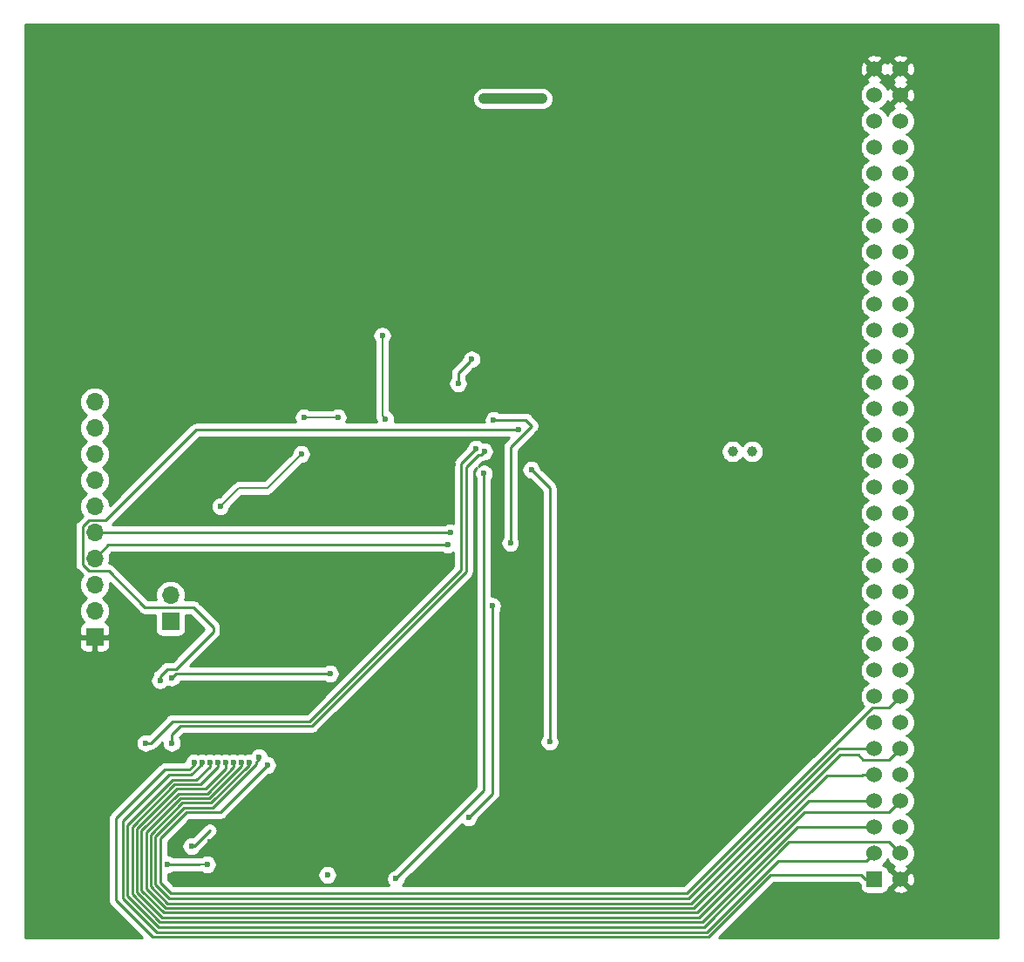
<source format=gbl>
G04 #@! TF.GenerationSoftware,KiCad,Pcbnew,(5.1.2)-1*
G04 #@! TF.CreationDate,2019-05-10T01:18:28-03:00*
G04 #@! TF.ProjectId,pcb_v1,7063625f-7631-42e6-9b69-6361645f7063,rev?*
G04 #@! TF.SameCoordinates,Original*
G04 #@! TF.FileFunction,Copper,L2,Bot*
G04 #@! TF.FilePolarity,Positive*
%FSLAX46Y46*%
G04 Gerber Fmt 4.6, Leading zero omitted, Abs format (unit mm)*
G04 Created by KiCad (PCBNEW (5.1.2)-1) date 2019-05-10 01:18:28*
%MOMM*%
%LPD*%
G04 APERTURE LIST*
%ADD10C,1.000000*%
%ADD11C,1.524000*%
%ADD12C,0.100000*%
%ADD13R,1.700000X1.700000*%
%ADD14O,1.700000X1.700000*%
%ADD15C,0.600000*%
%ADD16C,0.250000*%
%ADD17C,0.200000*%
%ADD18C,1.000000*%
%ADD19C,0.254000*%
G04 APERTURE END LIST*
D10*
X119380000Y-92202000D03*
X121280000Y-92202000D03*
D11*
X133150000Y-133770000D03*
D12*
G36*
X133912000Y-134532000D02*
G01*
X132388000Y-134532000D01*
X132388000Y-133008000D01*
X133912000Y-133008000D01*
X133912000Y-134532000D01*
X133912000Y-134532000D01*
G37*
D11*
X133150000Y-131230000D03*
X133150000Y-128690000D03*
X133150000Y-126150000D03*
X133150000Y-123610000D03*
X133150000Y-121070000D03*
X133150000Y-118530000D03*
X133150000Y-115990000D03*
X133150000Y-113450000D03*
X133150000Y-110910000D03*
X133150000Y-108370000D03*
X133150000Y-105830000D03*
X133150000Y-103290000D03*
X133150000Y-100750000D03*
X133150000Y-98210000D03*
X133150000Y-95670000D03*
X133150000Y-93130000D03*
X133150000Y-90590000D03*
X133150000Y-88050000D03*
X133150000Y-85510000D03*
X133150000Y-82970000D03*
X133150000Y-80430000D03*
X133150000Y-77890000D03*
X133150000Y-75350000D03*
X133150000Y-72810000D03*
X133150000Y-70270000D03*
X133150000Y-67730000D03*
X133150000Y-65190000D03*
X133150000Y-62650000D03*
X133150000Y-60110000D03*
X133150000Y-57570000D03*
X133150000Y-55030000D03*
X135690000Y-133770000D03*
X135690000Y-131230000D03*
X135690000Y-128690000D03*
X135690000Y-126150000D03*
X135690000Y-123610000D03*
X135690000Y-121070000D03*
X135690000Y-118530000D03*
X135690000Y-115990000D03*
X135690000Y-113450000D03*
X135690000Y-110910000D03*
X135690000Y-108370000D03*
X135690000Y-105830000D03*
X135690000Y-103290000D03*
X135690000Y-100750000D03*
X135690000Y-98210000D03*
X135690000Y-95670000D03*
X135690000Y-93130000D03*
X135690000Y-90590000D03*
X135690000Y-88050000D03*
X135690000Y-85510000D03*
X135690000Y-82970000D03*
X135690000Y-80430000D03*
X135690000Y-77890000D03*
X135690000Y-75350000D03*
X135690000Y-72810000D03*
X135690000Y-70270000D03*
X135690000Y-67730000D03*
X135690000Y-65190000D03*
X135690000Y-62650000D03*
X135690000Y-60110000D03*
X135690000Y-57570000D03*
X135690000Y-55030000D03*
D13*
X57404000Y-110236000D03*
D14*
X57404000Y-107696000D03*
X57404000Y-105156000D03*
X57404000Y-102616000D03*
X57404000Y-100076000D03*
X57404000Y-97536000D03*
X57404000Y-94996000D03*
X57404000Y-92456000D03*
X57404000Y-89916000D03*
X57404000Y-87376000D03*
D13*
X64770000Y-108712000D03*
D14*
X64770000Y-106172000D03*
D15*
X80010000Y-133350000D03*
X80010000Y-128016000D03*
X56896000Y-78486000D03*
X65278000Y-68072000D03*
X68580000Y-62484000D03*
X114300000Y-63246000D03*
X109474000Y-61468000D03*
X98806000Y-101092000D03*
X80772000Y-94742000D03*
X85598000Y-91694000D03*
X63246000Y-81280000D03*
X65024000Y-83820000D03*
X66548000Y-82296000D03*
X69596000Y-82828000D03*
X75184000Y-83336000D03*
X92202000Y-93472000D03*
X83288000Y-86868000D03*
X97028000Y-123142000D03*
X83820000Y-98504000D03*
X72620000Y-97536000D03*
X104284279Y-93995999D03*
X68580000Y-130136000D03*
X66680000Y-128636000D03*
X107418000Y-115316000D03*
X93657330Y-88782990D03*
X95166000Y-81026000D03*
X88416000Y-61214000D03*
X95238000Y-54102000D03*
X103886000Y-92456000D03*
X111506000Y-56060000D03*
X66167000Y-120523000D03*
X101600000Y-123420000D03*
X107902000Y-120650000D03*
X109728000Y-122706000D03*
X115800000Y-123444000D03*
X115546000Y-128016000D03*
X66548000Y-133858000D03*
X125774660Y-87839340D03*
X129032000Y-84074000D03*
X120739320Y-87032680D03*
X101600000Y-120420000D03*
X99822000Y-93980000D03*
X68326000Y-132334000D03*
X92710000Y-85598000D03*
X94040949Y-83251051D03*
X97790000Y-101092000D03*
X96161342Y-89133938D03*
X64481087Y-132334000D03*
X95238000Y-57912000D03*
X100838000Y-57912000D03*
X85344000Y-80952000D03*
X81026000Y-88900000D03*
X77724000Y-88900000D03*
X77470000Y-92456000D03*
X69620000Y-97536000D03*
X85670839Y-89059095D03*
X91694000Y-101279363D03*
X91948000Y-100076000D03*
X93726000Y-127762000D03*
X96034913Y-107207222D03*
X66802000Y-130556000D03*
X86676999Y-133710999D03*
X95239143Y-94350916D03*
X62357000Y-120523000D03*
X94476313Y-91916871D03*
X80264000Y-113792000D03*
X64897000Y-114173000D03*
X63754000Y-114444491D03*
X98578797Y-90113303D03*
X64897000Y-120523000D03*
X95250000Y-92202000D03*
X70923694Y-122428000D03*
X71628000Y-122428000D03*
X72390000Y-122428000D03*
X73380487Y-121920000D03*
X74168000Y-122682000D03*
X67056000Y-122428000D03*
X67818000Y-122428000D03*
X68580000Y-122428000D03*
X69380013Y-122428000D03*
X70104000Y-122428000D03*
D16*
X101600000Y-120420000D02*
X101600000Y-95758000D01*
X101600000Y-95758000D02*
X99822000Y-93980000D01*
D17*
X67564000Y-132334000D02*
X68326000Y-132334000D01*
D16*
X92710000Y-84582000D02*
X93740950Y-83551050D01*
X93740950Y-83551050D02*
X94040949Y-83251051D01*
X92710000Y-85598000D02*
X92710000Y-84582000D01*
X99293938Y-89133938D02*
X96161342Y-89133938D01*
X97790000Y-101092000D02*
X97790000Y-91785998D01*
X99867999Y-89707999D02*
X99293938Y-89133938D01*
X97790000Y-91785998D02*
X99867999Y-89707999D01*
X67564000Y-132334000D02*
X64481087Y-132334000D01*
D18*
X95238000Y-57912000D02*
X100838000Y-57912000D01*
D17*
X81026000Y-88900000D02*
X77724000Y-88900000D01*
X77470000Y-92456000D02*
X74168000Y-95758000D01*
X74168000Y-95758000D02*
X71398000Y-95758000D01*
X71398000Y-95758000D02*
X69620000Y-97536000D01*
X85344000Y-88732256D02*
X85370840Y-88759096D01*
X85344000Y-80952000D02*
X85344000Y-88732256D01*
X85370840Y-88759096D02*
X85670839Y-89059095D01*
D16*
X58740637Y-101279363D02*
X57404000Y-102616000D01*
X91694000Y-101279363D02*
X58740637Y-101279363D01*
X91948000Y-100076000D02*
X57404000Y-100076000D01*
X96034913Y-125453087D02*
X96034913Y-107631486D01*
X96034913Y-107631486D02*
X96034913Y-107207222D01*
X93726000Y-127762000D02*
X96034913Y-125453087D01*
X66802000Y-130556000D02*
X66802000Y-130360002D01*
X67056000Y-130556000D02*
X68580000Y-129032000D01*
X66802000Y-130556000D02*
X67056000Y-130556000D01*
X95239143Y-94775180D02*
X95239143Y-94350916D01*
X86676999Y-133710999D02*
X95239143Y-125148855D01*
X95239143Y-125148855D02*
X95239143Y-94775180D01*
X93021989Y-103699601D02*
X93021989Y-93371195D01*
X94176314Y-92216870D02*
X94476313Y-91916871D01*
X78299601Y-118421989D02*
X93021989Y-103699601D01*
X62861000Y-120523000D02*
X64962011Y-118421989D01*
X62357000Y-120523000D02*
X62861000Y-120523000D01*
X64962011Y-118421989D02*
X78299601Y-118421989D01*
X93021989Y-93371195D02*
X94176314Y-92216870D01*
X80264000Y-113792000D02*
X65278000Y-113792000D01*
X65278000Y-113792000D02*
X64897000Y-114173000D01*
X56857043Y-103808045D02*
X56228999Y-103180001D01*
X98154533Y-90113303D02*
X98578797Y-90113303D01*
X56228999Y-103180001D02*
X56228999Y-99511999D01*
X58756989Y-103808045D02*
X56857043Y-103808045D01*
X56228999Y-99511999D02*
X56839999Y-98900999D01*
X56839999Y-98900999D02*
X58485945Y-98900999D01*
X68916989Y-109705766D02*
X68916989Y-109281502D01*
X63754000Y-114020227D02*
X64432238Y-113341989D01*
X67273641Y-90113303D02*
X98154533Y-90113303D01*
X62295945Y-107347001D02*
X58756989Y-103808045D01*
X66982488Y-107347001D02*
X62295945Y-107347001D01*
X68916989Y-109281502D02*
X66982488Y-107347001D01*
X65280766Y-113341989D02*
X68916989Y-109705766D01*
X64432238Y-113341989D02*
X65280766Y-113341989D01*
X63754000Y-114444491D02*
X63754000Y-114020227D01*
X58485945Y-98900999D02*
X67273641Y-90113303D01*
X94950001Y-92501999D02*
X95250000Y-92202000D01*
X94696001Y-92501999D02*
X94950001Y-92501999D01*
X93472000Y-93726000D02*
X94696001Y-92501999D01*
X93472000Y-103886000D02*
X93472000Y-93726000D01*
X78486000Y-118872000D02*
X93472000Y-103886000D01*
X64897000Y-119701500D02*
X65726500Y-118872000D01*
X65726500Y-118872000D02*
X78486000Y-118872000D01*
X64897000Y-120523000D02*
X64897000Y-119701500D01*
X70923694Y-122872666D02*
X70923694Y-122428000D01*
X68342402Y-125453956D02*
X70923694Y-122872666D01*
X64118334Y-137021978D02*
X61953956Y-134857600D01*
X61953956Y-134857600D02*
X61953956Y-129048400D01*
X61953956Y-129048400D02*
X65548400Y-125453956D01*
X65548400Y-125453956D02*
X68342402Y-125453956D01*
X126811956Y-126150000D02*
X115939978Y-137021978D01*
X133150000Y-126150000D02*
X126811956Y-126150000D01*
X115939978Y-137021978D02*
X64118334Y-137021978D01*
X71628000Y-122804770D02*
X71628000Y-122428000D01*
X68528801Y-125903967D02*
X71628000Y-122804770D01*
X64304734Y-136571967D02*
X62403967Y-134671200D01*
X62403967Y-134671200D02*
X62403967Y-129234800D01*
X62403967Y-129234800D02*
X65734800Y-125903967D01*
X65734800Y-125903967D02*
X68528801Y-125903967D01*
X132072370Y-123610000D02*
X131984370Y-123698000D01*
X133150000Y-123610000D02*
X132072370Y-123610000D01*
X128524000Y-123698000D02*
X115650033Y-136571967D01*
X131984370Y-123698000D02*
X128524000Y-123698000D01*
X115650033Y-136571967D02*
X64304734Y-136571967D01*
X62853978Y-134484800D02*
X64491134Y-136121956D01*
X134928001Y-121831999D02*
X135690000Y-121070000D01*
X134602999Y-122157001D02*
X134928001Y-121831999D01*
X62853978Y-129421200D02*
X62853978Y-134484800D01*
X68715202Y-126353978D02*
X65921200Y-126353978D01*
X72390000Y-122679180D02*
X68715202Y-126353978D01*
X65921200Y-126353978D02*
X62853978Y-129421200D01*
X134602999Y-122157001D02*
X132063001Y-122157001D01*
X135690000Y-121070000D02*
X134602999Y-122157001D01*
X132063001Y-122157001D02*
X131572000Y-121666000D01*
X129794000Y-121666000D02*
X115338044Y-136121956D01*
X131572000Y-121666000D02*
X129794000Y-121666000D01*
X64491134Y-136121956D02*
X115338044Y-136121956D01*
X66107600Y-126803989D02*
X68901601Y-126803989D01*
X68901601Y-126803989D02*
X73080488Y-122625102D01*
X63303989Y-134298400D02*
X63303989Y-129607600D01*
X73080488Y-122422973D02*
X73380487Y-122122974D01*
X63303989Y-129607600D02*
X66107600Y-126803989D01*
X64641589Y-135636000D02*
X63303989Y-134298400D01*
X73080488Y-122625102D02*
X73080488Y-122422973D01*
X133150000Y-121070000D02*
X129628000Y-121070000D01*
X129628000Y-121070000D02*
X115062000Y-135636000D01*
X115062000Y-135636000D02*
X64641589Y-135636000D01*
X74168000Y-122682000D02*
X69596000Y-127254000D01*
X69596000Y-127254000D02*
X66294000Y-127254000D01*
X66294000Y-127254000D02*
X63754000Y-129794000D01*
X134602999Y-117077001D02*
X134928001Y-116751999D01*
X63754000Y-129794000D02*
X63754000Y-134112000D01*
X134928001Y-116751999D02*
X135690000Y-115990000D01*
X129451249Y-120619989D02*
X132994237Y-117077001D01*
X132994237Y-117077001D02*
X134602999Y-117077001D01*
X129441600Y-120619989D02*
X129451249Y-120619989D01*
X114933590Y-135128000D02*
X129441600Y-120619989D01*
X64770000Y-135128000D02*
X114933590Y-135128000D01*
X63754000Y-134112000D02*
X64770000Y-135128000D01*
X59493989Y-135822400D02*
X59493989Y-127836112D01*
X63059600Y-139388011D02*
X59493989Y-135822400D01*
X66608949Y-123129051D02*
X64201051Y-123129051D01*
X67056000Y-122682000D02*
X66608949Y-123129051D01*
X59493989Y-127836112D02*
X64201051Y-123129051D01*
X132288000Y-133770000D02*
X131868000Y-133350000D01*
X133150000Y-133770000D02*
X132288000Y-133770000D01*
X123074022Y-133350000D02*
X117036011Y-139388011D01*
X131868000Y-133350000D02*
X123074022Y-133350000D01*
X117036011Y-139388011D02*
X63059600Y-139388011D01*
X67818000Y-122556411D02*
X66795349Y-123579062D01*
X64634938Y-123579062D02*
X60153912Y-128060088D01*
X60153912Y-128060088D02*
X60153912Y-135603200D01*
X66795349Y-123579062D02*
X64634938Y-123579062D01*
X60153912Y-135603200D02*
X63488712Y-138938000D01*
X123786001Y-131991999D02*
X116840000Y-138938000D01*
X132388001Y-131991999D02*
X123786001Y-131991999D01*
X133150000Y-131230000D02*
X132388001Y-131991999D01*
X63488712Y-138938000D02*
X116840000Y-138938000D01*
X68580000Y-122810410D02*
X68580000Y-122428000D01*
X67286487Y-124103923D02*
X68580000Y-122810410D01*
X64989200Y-124103923D02*
X67286487Y-124103923D01*
X60603923Y-128489200D02*
X64989200Y-124103923D01*
X63617123Y-138430000D02*
X60603923Y-135416800D01*
X60603923Y-135416800D02*
X60603923Y-128489200D01*
X124873001Y-130142999D02*
X116586000Y-138430000D01*
X135690000Y-131230000D02*
X134602999Y-130142999D01*
X116586000Y-138430000D02*
X63617123Y-138430000D01*
X134602999Y-130142999D02*
X124873001Y-130142999D01*
X61053934Y-128675600D02*
X65175600Y-124553934D01*
X133150000Y-128690000D02*
X125689590Y-128690000D01*
X125689590Y-128690000D02*
X116457590Y-137922000D01*
X67678343Y-124553934D02*
X69380013Y-122852264D01*
X69380013Y-122852264D02*
X69380013Y-122428000D01*
X65175600Y-124553934D02*
X67678343Y-124553934D01*
X61053934Y-135230400D02*
X61053934Y-128675600D01*
X63745534Y-137922000D02*
X61053934Y-135230400D01*
X116457590Y-137922000D02*
X63745534Y-137922000D01*
X70104000Y-123055950D02*
X70104000Y-122428000D01*
X68156003Y-125003945D02*
X70104000Y-123055950D01*
X65362000Y-125003945D02*
X68156003Y-125003945D01*
X61503945Y-128862000D02*
X65362000Y-125003945D01*
X63931934Y-137471989D02*
X61503945Y-135044000D01*
X61503945Y-135044000D02*
X61503945Y-128862000D01*
X126370977Y-127237001D02*
X116135989Y-137471989D01*
X134602999Y-127237001D02*
X126370977Y-127237001D01*
X135690000Y-126150000D02*
X134602999Y-127237001D01*
X116135989Y-137471989D02*
X63931934Y-137471989D01*
D19*
G36*
X145180000Y-139460000D02*
G01*
X118038823Y-139460000D01*
X123388824Y-134110000D01*
X131553199Y-134110000D01*
X131724196Y-134280997D01*
X131747999Y-134310001D01*
X131749928Y-134311584D01*
X131749928Y-134532000D01*
X131762188Y-134656482D01*
X131798498Y-134776180D01*
X131857463Y-134886494D01*
X131936815Y-134983185D01*
X132033506Y-135062537D01*
X132143820Y-135121502D01*
X132263518Y-135157812D01*
X132388000Y-135170072D01*
X133912000Y-135170072D01*
X134036482Y-135157812D01*
X134156180Y-135121502D01*
X134266494Y-135062537D01*
X134363185Y-134983185D01*
X134442537Y-134886494D01*
X134501502Y-134776180D01*
X134513822Y-134735565D01*
X134904040Y-134735565D01*
X134971020Y-134975656D01*
X135220048Y-135092756D01*
X135487135Y-135159023D01*
X135762017Y-135171910D01*
X136034133Y-135130922D01*
X136293023Y-135037636D01*
X136408980Y-134975656D01*
X136475960Y-134735565D01*
X135690000Y-133949605D01*
X134904040Y-134735565D01*
X134513822Y-134735565D01*
X134537812Y-134656482D01*
X134550072Y-134532000D01*
X134550072Y-134507317D01*
X134724435Y-134555960D01*
X135510395Y-133770000D01*
X135869605Y-133770000D01*
X136655565Y-134555960D01*
X136895656Y-134488980D01*
X137012756Y-134239952D01*
X137079023Y-133972865D01*
X137091910Y-133697983D01*
X137050922Y-133425867D01*
X136957636Y-133166977D01*
X136895656Y-133051020D01*
X136655565Y-132984040D01*
X135869605Y-133770000D01*
X135510395Y-133770000D01*
X134724435Y-132984040D01*
X134550072Y-133032683D01*
X134550072Y-133008000D01*
X134537812Y-132883518D01*
X134501502Y-132763820D01*
X134442537Y-132653506D01*
X134363185Y-132556815D01*
X134266494Y-132477463D01*
X134156180Y-132418498D01*
X134036482Y-132382188D01*
X133952535Y-132373920D01*
X134040535Y-132315120D01*
X134235120Y-132120535D01*
X134388005Y-131891727D01*
X134420000Y-131814485D01*
X134451995Y-131891727D01*
X134604880Y-132120535D01*
X134799465Y-132315120D01*
X135028273Y-132468005D01*
X135099943Y-132497692D01*
X135086977Y-132502364D01*
X134971020Y-132564344D01*
X134904040Y-132804435D01*
X135690000Y-133590395D01*
X136475960Y-132804435D01*
X136408980Y-132564344D01*
X136273240Y-132500515D01*
X136351727Y-132468005D01*
X136580535Y-132315120D01*
X136775120Y-132120535D01*
X136928005Y-131891727D01*
X137033314Y-131637490D01*
X137087000Y-131367592D01*
X137087000Y-131092408D01*
X137033314Y-130822510D01*
X136928005Y-130568273D01*
X136775120Y-130339465D01*
X136580535Y-130144880D01*
X136351727Y-129991995D01*
X136274485Y-129960000D01*
X136351727Y-129928005D01*
X136580535Y-129775120D01*
X136775120Y-129580535D01*
X136928005Y-129351727D01*
X137033314Y-129097490D01*
X137087000Y-128827592D01*
X137087000Y-128552408D01*
X137033314Y-128282510D01*
X136928005Y-128028273D01*
X136775120Y-127799465D01*
X136580535Y-127604880D01*
X136351727Y-127451995D01*
X136274485Y-127420000D01*
X136351727Y-127388005D01*
X136580535Y-127235120D01*
X136775120Y-127040535D01*
X136928005Y-126811727D01*
X137033314Y-126557490D01*
X137087000Y-126287592D01*
X137087000Y-126012408D01*
X137033314Y-125742510D01*
X136928005Y-125488273D01*
X136775120Y-125259465D01*
X136580535Y-125064880D01*
X136351727Y-124911995D01*
X136274485Y-124880000D01*
X136351727Y-124848005D01*
X136580535Y-124695120D01*
X136775120Y-124500535D01*
X136928005Y-124271727D01*
X137033314Y-124017490D01*
X137087000Y-123747592D01*
X137087000Y-123472408D01*
X137033314Y-123202510D01*
X136928005Y-122948273D01*
X136775120Y-122719465D01*
X136580535Y-122524880D01*
X136351727Y-122371995D01*
X136274485Y-122340000D01*
X136351727Y-122308005D01*
X136580535Y-122155120D01*
X136775120Y-121960535D01*
X136928005Y-121731727D01*
X137033314Y-121477490D01*
X137087000Y-121207592D01*
X137087000Y-120932408D01*
X137033314Y-120662510D01*
X136928005Y-120408273D01*
X136775120Y-120179465D01*
X136580535Y-119984880D01*
X136351727Y-119831995D01*
X136274485Y-119800000D01*
X136351727Y-119768005D01*
X136580535Y-119615120D01*
X136775120Y-119420535D01*
X136928005Y-119191727D01*
X137033314Y-118937490D01*
X137087000Y-118667592D01*
X137087000Y-118392408D01*
X137033314Y-118122510D01*
X136928005Y-117868273D01*
X136775120Y-117639465D01*
X136580535Y-117444880D01*
X136351727Y-117291995D01*
X136274485Y-117260000D01*
X136351727Y-117228005D01*
X136580535Y-117075120D01*
X136775120Y-116880535D01*
X136928005Y-116651727D01*
X137033314Y-116397490D01*
X137087000Y-116127592D01*
X137087000Y-115852408D01*
X137033314Y-115582510D01*
X136928005Y-115328273D01*
X136775120Y-115099465D01*
X136580535Y-114904880D01*
X136351727Y-114751995D01*
X136274485Y-114720000D01*
X136351727Y-114688005D01*
X136580535Y-114535120D01*
X136775120Y-114340535D01*
X136928005Y-114111727D01*
X137033314Y-113857490D01*
X137087000Y-113587592D01*
X137087000Y-113312408D01*
X137033314Y-113042510D01*
X136928005Y-112788273D01*
X136775120Y-112559465D01*
X136580535Y-112364880D01*
X136351727Y-112211995D01*
X136274485Y-112180000D01*
X136351727Y-112148005D01*
X136580535Y-111995120D01*
X136775120Y-111800535D01*
X136928005Y-111571727D01*
X137033314Y-111317490D01*
X137087000Y-111047592D01*
X137087000Y-110772408D01*
X137033314Y-110502510D01*
X136928005Y-110248273D01*
X136775120Y-110019465D01*
X136580535Y-109824880D01*
X136351727Y-109671995D01*
X136274485Y-109640000D01*
X136351727Y-109608005D01*
X136580535Y-109455120D01*
X136775120Y-109260535D01*
X136928005Y-109031727D01*
X137033314Y-108777490D01*
X137087000Y-108507592D01*
X137087000Y-108232408D01*
X137033314Y-107962510D01*
X136928005Y-107708273D01*
X136775120Y-107479465D01*
X136580535Y-107284880D01*
X136351727Y-107131995D01*
X136274485Y-107100000D01*
X136351727Y-107068005D01*
X136580535Y-106915120D01*
X136775120Y-106720535D01*
X136928005Y-106491727D01*
X137033314Y-106237490D01*
X137087000Y-105967592D01*
X137087000Y-105692408D01*
X137033314Y-105422510D01*
X136928005Y-105168273D01*
X136775120Y-104939465D01*
X136580535Y-104744880D01*
X136351727Y-104591995D01*
X136274485Y-104560000D01*
X136351727Y-104528005D01*
X136580535Y-104375120D01*
X136775120Y-104180535D01*
X136928005Y-103951727D01*
X137033314Y-103697490D01*
X137087000Y-103427592D01*
X137087000Y-103152408D01*
X137033314Y-102882510D01*
X136928005Y-102628273D01*
X136775120Y-102399465D01*
X136580535Y-102204880D01*
X136351727Y-102051995D01*
X136274485Y-102020000D01*
X136351727Y-101988005D01*
X136580535Y-101835120D01*
X136775120Y-101640535D01*
X136928005Y-101411727D01*
X137033314Y-101157490D01*
X137087000Y-100887592D01*
X137087000Y-100612408D01*
X137033314Y-100342510D01*
X136928005Y-100088273D01*
X136775120Y-99859465D01*
X136580535Y-99664880D01*
X136351727Y-99511995D01*
X136274485Y-99480000D01*
X136351727Y-99448005D01*
X136580535Y-99295120D01*
X136775120Y-99100535D01*
X136928005Y-98871727D01*
X137033314Y-98617490D01*
X137087000Y-98347592D01*
X137087000Y-98072408D01*
X137033314Y-97802510D01*
X136928005Y-97548273D01*
X136775120Y-97319465D01*
X136580535Y-97124880D01*
X136351727Y-96971995D01*
X136274485Y-96940000D01*
X136351727Y-96908005D01*
X136580535Y-96755120D01*
X136775120Y-96560535D01*
X136928005Y-96331727D01*
X137033314Y-96077490D01*
X137087000Y-95807592D01*
X137087000Y-95532408D01*
X137033314Y-95262510D01*
X136928005Y-95008273D01*
X136775120Y-94779465D01*
X136580535Y-94584880D01*
X136351727Y-94431995D01*
X136274485Y-94400000D01*
X136351727Y-94368005D01*
X136580535Y-94215120D01*
X136775120Y-94020535D01*
X136928005Y-93791727D01*
X137033314Y-93537490D01*
X137087000Y-93267592D01*
X137087000Y-92992408D01*
X137033314Y-92722510D01*
X136928005Y-92468273D01*
X136775120Y-92239465D01*
X136580535Y-92044880D01*
X136351727Y-91891995D01*
X136274485Y-91860000D01*
X136351727Y-91828005D01*
X136580535Y-91675120D01*
X136775120Y-91480535D01*
X136928005Y-91251727D01*
X137033314Y-90997490D01*
X137087000Y-90727592D01*
X137087000Y-90452408D01*
X137033314Y-90182510D01*
X136928005Y-89928273D01*
X136775120Y-89699465D01*
X136580535Y-89504880D01*
X136351727Y-89351995D01*
X136274485Y-89320000D01*
X136351727Y-89288005D01*
X136580535Y-89135120D01*
X136775120Y-88940535D01*
X136928005Y-88711727D01*
X137033314Y-88457490D01*
X137087000Y-88187592D01*
X137087000Y-87912408D01*
X137033314Y-87642510D01*
X136928005Y-87388273D01*
X136775120Y-87159465D01*
X136580535Y-86964880D01*
X136351727Y-86811995D01*
X136274485Y-86780000D01*
X136351727Y-86748005D01*
X136580535Y-86595120D01*
X136775120Y-86400535D01*
X136928005Y-86171727D01*
X137033314Y-85917490D01*
X137087000Y-85647592D01*
X137087000Y-85372408D01*
X137033314Y-85102510D01*
X136928005Y-84848273D01*
X136775120Y-84619465D01*
X136580535Y-84424880D01*
X136351727Y-84271995D01*
X136274485Y-84240000D01*
X136351727Y-84208005D01*
X136580535Y-84055120D01*
X136775120Y-83860535D01*
X136928005Y-83631727D01*
X137033314Y-83377490D01*
X137087000Y-83107592D01*
X137087000Y-82832408D01*
X137033314Y-82562510D01*
X136928005Y-82308273D01*
X136775120Y-82079465D01*
X136580535Y-81884880D01*
X136351727Y-81731995D01*
X136274485Y-81700000D01*
X136351727Y-81668005D01*
X136580535Y-81515120D01*
X136775120Y-81320535D01*
X136928005Y-81091727D01*
X137033314Y-80837490D01*
X137087000Y-80567592D01*
X137087000Y-80292408D01*
X137033314Y-80022510D01*
X136928005Y-79768273D01*
X136775120Y-79539465D01*
X136580535Y-79344880D01*
X136351727Y-79191995D01*
X136274485Y-79160000D01*
X136351727Y-79128005D01*
X136580535Y-78975120D01*
X136775120Y-78780535D01*
X136928005Y-78551727D01*
X137033314Y-78297490D01*
X137087000Y-78027592D01*
X137087000Y-77752408D01*
X137033314Y-77482510D01*
X136928005Y-77228273D01*
X136775120Y-76999465D01*
X136580535Y-76804880D01*
X136351727Y-76651995D01*
X136274485Y-76620000D01*
X136351727Y-76588005D01*
X136580535Y-76435120D01*
X136775120Y-76240535D01*
X136928005Y-76011727D01*
X137033314Y-75757490D01*
X137087000Y-75487592D01*
X137087000Y-75212408D01*
X137033314Y-74942510D01*
X136928005Y-74688273D01*
X136775120Y-74459465D01*
X136580535Y-74264880D01*
X136351727Y-74111995D01*
X136274485Y-74080000D01*
X136351727Y-74048005D01*
X136580535Y-73895120D01*
X136775120Y-73700535D01*
X136928005Y-73471727D01*
X137033314Y-73217490D01*
X137087000Y-72947592D01*
X137087000Y-72672408D01*
X137033314Y-72402510D01*
X136928005Y-72148273D01*
X136775120Y-71919465D01*
X136580535Y-71724880D01*
X136351727Y-71571995D01*
X136274485Y-71540000D01*
X136351727Y-71508005D01*
X136580535Y-71355120D01*
X136775120Y-71160535D01*
X136928005Y-70931727D01*
X137033314Y-70677490D01*
X137087000Y-70407592D01*
X137087000Y-70132408D01*
X137033314Y-69862510D01*
X136928005Y-69608273D01*
X136775120Y-69379465D01*
X136580535Y-69184880D01*
X136351727Y-69031995D01*
X136274485Y-69000000D01*
X136351727Y-68968005D01*
X136580535Y-68815120D01*
X136775120Y-68620535D01*
X136928005Y-68391727D01*
X137033314Y-68137490D01*
X137087000Y-67867592D01*
X137087000Y-67592408D01*
X137033314Y-67322510D01*
X136928005Y-67068273D01*
X136775120Y-66839465D01*
X136580535Y-66644880D01*
X136351727Y-66491995D01*
X136274485Y-66460000D01*
X136351727Y-66428005D01*
X136580535Y-66275120D01*
X136775120Y-66080535D01*
X136928005Y-65851727D01*
X137033314Y-65597490D01*
X137087000Y-65327592D01*
X137087000Y-65052408D01*
X137033314Y-64782510D01*
X136928005Y-64528273D01*
X136775120Y-64299465D01*
X136580535Y-64104880D01*
X136351727Y-63951995D01*
X136274485Y-63920000D01*
X136351727Y-63888005D01*
X136580535Y-63735120D01*
X136775120Y-63540535D01*
X136928005Y-63311727D01*
X137033314Y-63057490D01*
X137087000Y-62787592D01*
X137087000Y-62512408D01*
X137033314Y-62242510D01*
X136928005Y-61988273D01*
X136775120Y-61759465D01*
X136580535Y-61564880D01*
X136351727Y-61411995D01*
X136274485Y-61380000D01*
X136351727Y-61348005D01*
X136580535Y-61195120D01*
X136775120Y-61000535D01*
X136928005Y-60771727D01*
X137033314Y-60517490D01*
X137087000Y-60247592D01*
X137087000Y-59972408D01*
X137033314Y-59702510D01*
X136928005Y-59448273D01*
X136775120Y-59219465D01*
X136580535Y-59024880D01*
X136351727Y-58871995D01*
X136280057Y-58842308D01*
X136293023Y-58837636D01*
X136408980Y-58775656D01*
X136475960Y-58535565D01*
X135690000Y-57749605D01*
X134904040Y-58535565D01*
X134971020Y-58775656D01*
X135106760Y-58839485D01*
X135028273Y-58871995D01*
X134799465Y-59024880D01*
X134604880Y-59219465D01*
X134451995Y-59448273D01*
X134420000Y-59525515D01*
X134388005Y-59448273D01*
X134235120Y-59219465D01*
X134040535Y-59024880D01*
X133811727Y-58871995D01*
X133734485Y-58840000D01*
X133811727Y-58808005D01*
X134040535Y-58655120D01*
X134235120Y-58460535D01*
X134388005Y-58231727D01*
X134417692Y-58160057D01*
X134422364Y-58173023D01*
X134484344Y-58288980D01*
X134724435Y-58355960D01*
X135510395Y-57570000D01*
X135869605Y-57570000D01*
X136655565Y-58355960D01*
X136895656Y-58288980D01*
X137012756Y-58039952D01*
X137079023Y-57772865D01*
X137091910Y-57497983D01*
X137050922Y-57225867D01*
X136957636Y-56966977D01*
X136895656Y-56851020D01*
X136655565Y-56784040D01*
X135869605Y-57570000D01*
X135510395Y-57570000D01*
X134724435Y-56784040D01*
X134484344Y-56851020D01*
X134420515Y-56986760D01*
X134388005Y-56908273D01*
X134235120Y-56679465D01*
X134040535Y-56484880D01*
X133811727Y-56331995D01*
X133740057Y-56302308D01*
X133753023Y-56297636D01*
X133868980Y-56235656D01*
X133935960Y-55995565D01*
X134904040Y-55995565D01*
X134971020Y-56235656D01*
X135101644Y-56297079D01*
X135086977Y-56302364D01*
X134971020Y-56364344D01*
X134904040Y-56604435D01*
X135690000Y-57390395D01*
X136475960Y-56604435D01*
X136408980Y-56364344D01*
X136278356Y-56302921D01*
X136293023Y-56297636D01*
X136408980Y-56235656D01*
X136475960Y-55995565D01*
X135690000Y-55209605D01*
X134904040Y-55995565D01*
X133935960Y-55995565D01*
X133150000Y-55209605D01*
X132364040Y-55995565D01*
X132431020Y-56235656D01*
X132566760Y-56299485D01*
X132488273Y-56331995D01*
X132259465Y-56484880D01*
X132064880Y-56679465D01*
X131911995Y-56908273D01*
X131806686Y-57162510D01*
X131753000Y-57432408D01*
X131753000Y-57707592D01*
X131806686Y-57977490D01*
X131911995Y-58231727D01*
X132064880Y-58460535D01*
X132259465Y-58655120D01*
X132488273Y-58808005D01*
X132565515Y-58840000D01*
X132488273Y-58871995D01*
X132259465Y-59024880D01*
X132064880Y-59219465D01*
X131911995Y-59448273D01*
X131806686Y-59702510D01*
X131753000Y-59972408D01*
X131753000Y-60247592D01*
X131806686Y-60517490D01*
X131911995Y-60771727D01*
X132064880Y-61000535D01*
X132259465Y-61195120D01*
X132488273Y-61348005D01*
X132565515Y-61380000D01*
X132488273Y-61411995D01*
X132259465Y-61564880D01*
X132064880Y-61759465D01*
X131911995Y-61988273D01*
X131806686Y-62242510D01*
X131753000Y-62512408D01*
X131753000Y-62787592D01*
X131806686Y-63057490D01*
X131911995Y-63311727D01*
X132064880Y-63540535D01*
X132259465Y-63735120D01*
X132488273Y-63888005D01*
X132565515Y-63920000D01*
X132488273Y-63951995D01*
X132259465Y-64104880D01*
X132064880Y-64299465D01*
X131911995Y-64528273D01*
X131806686Y-64782510D01*
X131753000Y-65052408D01*
X131753000Y-65327592D01*
X131806686Y-65597490D01*
X131911995Y-65851727D01*
X132064880Y-66080535D01*
X132259465Y-66275120D01*
X132488273Y-66428005D01*
X132565515Y-66460000D01*
X132488273Y-66491995D01*
X132259465Y-66644880D01*
X132064880Y-66839465D01*
X131911995Y-67068273D01*
X131806686Y-67322510D01*
X131753000Y-67592408D01*
X131753000Y-67867592D01*
X131806686Y-68137490D01*
X131911995Y-68391727D01*
X132064880Y-68620535D01*
X132259465Y-68815120D01*
X132488273Y-68968005D01*
X132565515Y-69000000D01*
X132488273Y-69031995D01*
X132259465Y-69184880D01*
X132064880Y-69379465D01*
X131911995Y-69608273D01*
X131806686Y-69862510D01*
X131753000Y-70132408D01*
X131753000Y-70407592D01*
X131806686Y-70677490D01*
X131911995Y-70931727D01*
X132064880Y-71160535D01*
X132259465Y-71355120D01*
X132488273Y-71508005D01*
X132565515Y-71540000D01*
X132488273Y-71571995D01*
X132259465Y-71724880D01*
X132064880Y-71919465D01*
X131911995Y-72148273D01*
X131806686Y-72402510D01*
X131753000Y-72672408D01*
X131753000Y-72947592D01*
X131806686Y-73217490D01*
X131911995Y-73471727D01*
X132064880Y-73700535D01*
X132259465Y-73895120D01*
X132488273Y-74048005D01*
X132565515Y-74080000D01*
X132488273Y-74111995D01*
X132259465Y-74264880D01*
X132064880Y-74459465D01*
X131911995Y-74688273D01*
X131806686Y-74942510D01*
X131753000Y-75212408D01*
X131753000Y-75487592D01*
X131806686Y-75757490D01*
X131911995Y-76011727D01*
X132064880Y-76240535D01*
X132259465Y-76435120D01*
X132488273Y-76588005D01*
X132565515Y-76620000D01*
X132488273Y-76651995D01*
X132259465Y-76804880D01*
X132064880Y-76999465D01*
X131911995Y-77228273D01*
X131806686Y-77482510D01*
X131753000Y-77752408D01*
X131753000Y-78027592D01*
X131806686Y-78297490D01*
X131911995Y-78551727D01*
X132064880Y-78780535D01*
X132259465Y-78975120D01*
X132488273Y-79128005D01*
X132565515Y-79160000D01*
X132488273Y-79191995D01*
X132259465Y-79344880D01*
X132064880Y-79539465D01*
X131911995Y-79768273D01*
X131806686Y-80022510D01*
X131753000Y-80292408D01*
X131753000Y-80567592D01*
X131806686Y-80837490D01*
X131911995Y-81091727D01*
X132064880Y-81320535D01*
X132259465Y-81515120D01*
X132488273Y-81668005D01*
X132565515Y-81700000D01*
X132488273Y-81731995D01*
X132259465Y-81884880D01*
X132064880Y-82079465D01*
X131911995Y-82308273D01*
X131806686Y-82562510D01*
X131753000Y-82832408D01*
X131753000Y-83107592D01*
X131806686Y-83377490D01*
X131911995Y-83631727D01*
X132064880Y-83860535D01*
X132259465Y-84055120D01*
X132488273Y-84208005D01*
X132565515Y-84240000D01*
X132488273Y-84271995D01*
X132259465Y-84424880D01*
X132064880Y-84619465D01*
X131911995Y-84848273D01*
X131806686Y-85102510D01*
X131753000Y-85372408D01*
X131753000Y-85647592D01*
X131806686Y-85917490D01*
X131911995Y-86171727D01*
X132064880Y-86400535D01*
X132259465Y-86595120D01*
X132488273Y-86748005D01*
X132565515Y-86780000D01*
X132488273Y-86811995D01*
X132259465Y-86964880D01*
X132064880Y-87159465D01*
X131911995Y-87388273D01*
X131806686Y-87642510D01*
X131753000Y-87912408D01*
X131753000Y-88187592D01*
X131806686Y-88457490D01*
X131911995Y-88711727D01*
X132064880Y-88940535D01*
X132259465Y-89135120D01*
X132488273Y-89288005D01*
X132565515Y-89320000D01*
X132488273Y-89351995D01*
X132259465Y-89504880D01*
X132064880Y-89699465D01*
X131911995Y-89928273D01*
X131806686Y-90182510D01*
X131753000Y-90452408D01*
X131753000Y-90727592D01*
X131806686Y-90997490D01*
X131911995Y-91251727D01*
X132064880Y-91480535D01*
X132259465Y-91675120D01*
X132488273Y-91828005D01*
X132565515Y-91860000D01*
X132488273Y-91891995D01*
X132259465Y-92044880D01*
X132064880Y-92239465D01*
X131911995Y-92468273D01*
X131806686Y-92722510D01*
X131753000Y-92992408D01*
X131753000Y-93267592D01*
X131806686Y-93537490D01*
X131911995Y-93791727D01*
X132064880Y-94020535D01*
X132259465Y-94215120D01*
X132488273Y-94368005D01*
X132565515Y-94400000D01*
X132488273Y-94431995D01*
X132259465Y-94584880D01*
X132064880Y-94779465D01*
X131911995Y-95008273D01*
X131806686Y-95262510D01*
X131753000Y-95532408D01*
X131753000Y-95807592D01*
X131806686Y-96077490D01*
X131911995Y-96331727D01*
X132064880Y-96560535D01*
X132259465Y-96755120D01*
X132488273Y-96908005D01*
X132565515Y-96940000D01*
X132488273Y-96971995D01*
X132259465Y-97124880D01*
X132064880Y-97319465D01*
X131911995Y-97548273D01*
X131806686Y-97802510D01*
X131753000Y-98072408D01*
X131753000Y-98347592D01*
X131806686Y-98617490D01*
X131911995Y-98871727D01*
X132064880Y-99100535D01*
X132259465Y-99295120D01*
X132488273Y-99448005D01*
X132565515Y-99480000D01*
X132488273Y-99511995D01*
X132259465Y-99664880D01*
X132064880Y-99859465D01*
X131911995Y-100088273D01*
X131806686Y-100342510D01*
X131753000Y-100612408D01*
X131753000Y-100887592D01*
X131806686Y-101157490D01*
X131911995Y-101411727D01*
X132064880Y-101640535D01*
X132259465Y-101835120D01*
X132488273Y-101988005D01*
X132565515Y-102020000D01*
X132488273Y-102051995D01*
X132259465Y-102204880D01*
X132064880Y-102399465D01*
X131911995Y-102628273D01*
X131806686Y-102882510D01*
X131753000Y-103152408D01*
X131753000Y-103427592D01*
X131806686Y-103697490D01*
X131911995Y-103951727D01*
X132064880Y-104180535D01*
X132259465Y-104375120D01*
X132488273Y-104528005D01*
X132565515Y-104560000D01*
X132488273Y-104591995D01*
X132259465Y-104744880D01*
X132064880Y-104939465D01*
X131911995Y-105168273D01*
X131806686Y-105422510D01*
X131753000Y-105692408D01*
X131753000Y-105967592D01*
X131806686Y-106237490D01*
X131911995Y-106491727D01*
X132064880Y-106720535D01*
X132259465Y-106915120D01*
X132488273Y-107068005D01*
X132565515Y-107100000D01*
X132488273Y-107131995D01*
X132259465Y-107284880D01*
X132064880Y-107479465D01*
X131911995Y-107708273D01*
X131806686Y-107962510D01*
X131753000Y-108232408D01*
X131753000Y-108507592D01*
X131806686Y-108777490D01*
X131911995Y-109031727D01*
X132064880Y-109260535D01*
X132259465Y-109455120D01*
X132488273Y-109608005D01*
X132565515Y-109640000D01*
X132488273Y-109671995D01*
X132259465Y-109824880D01*
X132064880Y-110019465D01*
X131911995Y-110248273D01*
X131806686Y-110502510D01*
X131753000Y-110772408D01*
X131753000Y-111047592D01*
X131806686Y-111317490D01*
X131911995Y-111571727D01*
X132064880Y-111800535D01*
X132259465Y-111995120D01*
X132488273Y-112148005D01*
X132565515Y-112180000D01*
X132488273Y-112211995D01*
X132259465Y-112364880D01*
X132064880Y-112559465D01*
X131911995Y-112788273D01*
X131806686Y-113042510D01*
X131753000Y-113312408D01*
X131753000Y-113587592D01*
X131806686Y-113857490D01*
X131911995Y-114111727D01*
X132064880Y-114340535D01*
X132259465Y-114535120D01*
X132488273Y-114688005D01*
X132565515Y-114720000D01*
X132488273Y-114751995D01*
X132259465Y-114904880D01*
X132064880Y-115099465D01*
X131911995Y-115328273D01*
X131806686Y-115582510D01*
X131753000Y-115852408D01*
X131753000Y-116127592D01*
X131806686Y-116397490D01*
X131911995Y-116651727D01*
X132064880Y-116880535D01*
X132090391Y-116906046D01*
X128984411Y-120012026D01*
X128901599Y-120079988D01*
X128877801Y-120108986D01*
X114618789Y-134368000D01*
X87342288Y-134368000D01*
X87403261Y-134307027D01*
X87505585Y-134153888D01*
X87576067Y-133983728D01*
X87600152Y-133862647D01*
X93052255Y-128410545D01*
X93129972Y-128488262D01*
X93283111Y-128590586D01*
X93453271Y-128661068D01*
X93633911Y-128697000D01*
X93818089Y-128697000D01*
X93998729Y-128661068D01*
X94168889Y-128590586D01*
X94322028Y-128488262D01*
X94452262Y-128358028D01*
X94554586Y-128204889D01*
X94625068Y-128034729D01*
X94649153Y-127913648D01*
X96545917Y-126016885D01*
X96574914Y-125993088D01*
X96648054Y-125903967D01*
X96669887Y-125877364D01*
X96740459Y-125745334D01*
X96741316Y-125742510D01*
X96783916Y-125602073D01*
X96794913Y-125490420D01*
X96794913Y-125490411D01*
X96798589Y-125453088D01*
X96794913Y-125415765D01*
X96794913Y-107752757D01*
X96863499Y-107650111D01*
X96933981Y-107479951D01*
X96969913Y-107299311D01*
X96969913Y-107115133D01*
X96933981Y-106934493D01*
X96863499Y-106764333D01*
X96761175Y-106611194D01*
X96630941Y-106480960D01*
X96477802Y-106378636D01*
X96307642Y-106308154D01*
X96127002Y-106272222D01*
X95999143Y-106272222D01*
X95999143Y-94896451D01*
X96067729Y-94793805D01*
X96138211Y-94623645D01*
X96174143Y-94443005D01*
X96174143Y-94258827D01*
X96138211Y-94078187D01*
X96067729Y-93908027D01*
X95965405Y-93754888D01*
X95835171Y-93624654D01*
X95682032Y-93522330D01*
X95511872Y-93451848D01*
X95331232Y-93415916D01*
X95147054Y-93415916D01*
X94966414Y-93451848D01*
X94796254Y-93522330D01*
X94658281Y-93614520D01*
X95013367Y-93259435D01*
X95098987Y-93251002D01*
X95242248Y-93207545D01*
X95374277Y-93136973D01*
X95384531Y-93128558D01*
X95522729Y-93101068D01*
X95692889Y-93030586D01*
X95846028Y-92928262D01*
X95976262Y-92798028D01*
X96078586Y-92644889D01*
X96149068Y-92474729D01*
X96185000Y-92294089D01*
X96185000Y-92109911D01*
X96149068Y-91929271D01*
X96078586Y-91759111D01*
X95976262Y-91605972D01*
X95846028Y-91475738D01*
X95692889Y-91373414D01*
X95522729Y-91302932D01*
X95342089Y-91267000D01*
X95157911Y-91267000D01*
X95150255Y-91268523D01*
X95072341Y-91190609D01*
X94919202Y-91088285D01*
X94749042Y-91017803D01*
X94568402Y-90981871D01*
X94384224Y-90981871D01*
X94203584Y-91017803D01*
X94033424Y-91088285D01*
X93880285Y-91190609D01*
X93750051Y-91320843D01*
X93647727Y-91473982D01*
X93577245Y-91644142D01*
X93553160Y-91765222D01*
X92510987Y-92807396D01*
X92481989Y-92831194D01*
X92458191Y-92860192D01*
X92458190Y-92860193D01*
X92387015Y-92946919D01*
X92316443Y-93078949D01*
X92298834Y-93137000D01*
X92275175Y-93214998D01*
X92272987Y-93222210D01*
X92258313Y-93371195D01*
X92261990Y-93408527D01*
X92261989Y-99194022D01*
X92220729Y-99176932D01*
X92040089Y-99141000D01*
X91855911Y-99141000D01*
X91675271Y-99176932D01*
X91505111Y-99247414D01*
X91402465Y-99316000D01*
X59145745Y-99316000D01*
X61017834Y-97443911D01*
X68685000Y-97443911D01*
X68685000Y-97628089D01*
X68720932Y-97808729D01*
X68791414Y-97978889D01*
X68893738Y-98132028D01*
X69023972Y-98262262D01*
X69177111Y-98364586D01*
X69347271Y-98435068D01*
X69527911Y-98471000D01*
X69712089Y-98471000D01*
X69892729Y-98435068D01*
X70062889Y-98364586D01*
X70216028Y-98262262D01*
X70346262Y-98132028D01*
X70448586Y-97978889D01*
X70519068Y-97808729D01*
X70551932Y-97643515D01*
X71702447Y-96493000D01*
X74131895Y-96493000D01*
X74168000Y-96496556D01*
X74204105Y-96493000D01*
X74312085Y-96482365D01*
X74450633Y-96440337D01*
X74578320Y-96372087D01*
X74690238Y-96280238D01*
X74713259Y-96252187D01*
X77577515Y-93387931D01*
X77742729Y-93355068D01*
X77912889Y-93284586D01*
X78066028Y-93182262D01*
X78196262Y-93052028D01*
X78298586Y-92898889D01*
X78369068Y-92728729D01*
X78405000Y-92548089D01*
X78405000Y-92363911D01*
X78369068Y-92183271D01*
X78298586Y-92013111D01*
X78196262Y-91859972D01*
X78066028Y-91729738D01*
X77912889Y-91627414D01*
X77742729Y-91556932D01*
X77562089Y-91521000D01*
X77377911Y-91521000D01*
X77197271Y-91556932D01*
X77027111Y-91627414D01*
X76873972Y-91729738D01*
X76743738Y-91859972D01*
X76641414Y-92013111D01*
X76570932Y-92183271D01*
X76538069Y-92348485D01*
X73863554Y-95023000D01*
X71434105Y-95023000D01*
X71398000Y-95019444D01*
X71253915Y-95033635D01*
X71115366Y-95075663D01*
X71026757Y-95123026D01*
X70987680Y-95143913D01*
X70875762Y-95235762D01*
X70852746Y-95263807D01*
X69512485Y-96604068D01*
X69347271Y-96636932D01*
X69177111Y-96707414D01*
X69023972Y-96809738D01*
X68893738Y-96939972D01*
X68791414Y-97093111D01*
X68720932Y-97263271D01*
X68685000Y-97443911D01*
X61017834Y-97443911D01*
X67588443Y-90873303D01*
X97627894Y-90873303D01*
X97278998Y-91222199D01*
X97250000Y-91245997D01*
X97226202Y-91274995D01*
X97226201Y-91274996D01*
X97155026Y-91361722D01*
X97084454Y-91493752D01*
X97057717Y-91581896D01*
X97043910Y-91627414D01*
X97040998Y-91637013D01*
X97026324Y-91785998D01*
X97030001Y-91823330D01*
X97030000Y-100546464D01*
X96961414Y-100649111D01*
X96890932Y-100819271D01*
X96855000Y-100999911D01*
X96855000Y-101184089D01*
X96890932Y-101364729D01*
X96961414Y-101534889D01*
X97063738Y-101688028D01*
X97193972Y-101818262D01*
X97347111Y-101920586D01*
X97517271Y-101991068D01*
X97697911Y-102027000D01*
X97882089Y-102027000D01*
X98062729Y-101991068D01*
X98232889Y-101920586D01*
X98386028Y-101818262D01*
X98516262Y-101688028D01*
X98618586Y-101534889D01*
X98689068Y-101364729D01*
X98725000Y-101184089D01*
X98725000Y-100999911D01*
X98689068Y-100819271D01*
X98618586Y-100649111D01*
X98550000Y-100546465D01*
X98550000Y-93887911D01*
X98887000Y-93887911D01*
X98887000Y-94072089D01*
X98922932Y-94252729D01*
X98993414Y-94422889D01*
X99095738Y-94576028D01*
X99225972Y-94706262D01*
X99379111Y-94808586D01*
X99549271Y-94879068D01*
X99670351Y-94903153D01*
X100840001Y-96072803D01*
X100840000Y-119874465D01*
X100771414Y-119977111D01*
X100700932Y-120147271D01*
X100665000Y-120327911D01*
X100665000Y-120512089D01*
X100700932Y-120692729D01*
X100771414Y-120862889D01*
X100873738Y-121016028D01*
X101003972Y-121146262D01*
X101157111Y-121248586D01*
X101327271Y-121319068D01*
X101507911Y-121355000D01*
X101692089Y-121355000D01*
X101872729Y-121319068D01*
X102042889Y-121248586D01*
X102196028Y-121146262D01*
X102326262Y-121016028D01*
X102428586Y-120862889D01*
X102499068Y-120692729D01*
X102535000Y-120512089D01*
X102535000Y-120327911D01*
X102499068Y-120147271D01*
X102428586Y-119977111D01*
X102360000Y-119874465D01*
X102360000Y-95795325D01*
X102363676Y-95758000D01*
X102360000Y-95720675D01*
X102360000Y-95720667D01*
X102349003Y-95609014D01*
X102305546Y-95465753D01*
X102234974Y-95333724D01*
X102140001Y-95217999D01*
X102111003Y-95194201D01*
X100745153Y-93828351D01*
X100721068Y-93707271D01*
X100650586Y-93537111D01*
X100548262Y-93383972D01*
X100418028Y-93253738D01*
X100264889Y-93151414D01*
X100094729Y-93080932D01*
X99914089Y-93045000D01*
X99729911Y-93045000D01*
X99549271Y-93080932D01*
X99379111Y-93151414D01*
X99225972Y-93253738D01*
X99095738Y-93383972D01*
X98993414Y-93537111D01*
X98922932Y-93707271D01*
X98887000Y-93887911D01*
X98550000Y-93887911D01*
X98550000Y-92100799D01*
X98560587Y-92090212D01*
X118245000Y-92090212D01*
X118245000Y-92313788D01*
X118288617Y-92533067D01*
X118374176Y-92739624D01*
X118498388Y-92925520D01*
X118656480Y-93083612D01*
X118842376Y-93207824D01*
X119048933Y-93293383D01*
X119268212Y-93337000D01*
X119491788Y-93337000D01*
X119711067Y-93293383D01*
X119917624Y-93207824D01*
X120103520Y-93083612D01*
X120261612Y-92925520D01*
X120330000Y-92823170D01*
X120398388Y-92925520D01*
X120556480Y-93083612D01*
X120742376Y-93207824D01*
X120948933Y-93293383D01*
X121168212Y-93337000D01*
X121391788Y-93337000D01*
X121611067Y-93293383D01*
X121817624Y-93207824D01*
X122003520Y-93083612D01*
X122161612Y-92925520D01*
X122285824Y-92739624D01*
X122371383Y-92533067D01*
X122415000Y-92313788D01*
X122415000Y-92090212D01*
X122371383Y-91870933D01*
X122285824Y-91664376D01*
X122161612Y-91478480D01*
X122003520Y-91320388D01*
X121817624Y-91196176D01*
X121611067Y-91110617D01*
X121391788Y-91067000D01*
X121168212Y-91067000D01*
X120948933Y-91110617D01*
X120742376Y-91196176D01*
X120556480Y-91320388D01*
X120398388Y-91478480D01*
X120330000Y-91580830D01*
X120261612Y-91478480D01*
X120103520Y-91320388D01*
X119917624Y-91196176D01*
X119711067Y-91110617D01*
X119491788Y-91067000D01*
X119268212Y-91067000D01*
X119048933Y-91110617D01*
X118842376Y-91196176D01*
X118656480Y-91320388D01*
X118498388Y-91478480D01*
X118374176Y-91664376D01*
X118288617Y-91870933D01*
X118245000Y-92090212D01*
X98560587Y-92090212D01*
X100379002Y-90271798D01*
X100408000Y-90248000D01*
X100502973Y-90132275D01*
X100573545Y-90000245D01*
X100617001Y-89856985D01*
X100628382Y-89741432D01*
X100631675Y-89708000D01*
X100624485Y-89635000D01*
X100617001Y-89559013D01*
X100573545Y-89415752D01*
X100502973Y-89283723D01*
X100431798Y-89196996D01*
X100431788Y-89196986D01*
X100407999Y-89167999D01*
X100379012Y-89144210D01*
X99857741Y-88622940D01*
X99833939Y-88593937D01*
X99718214Y-88498964D01*
X99586185Y-88428392D01*
X99442924Y-88384935D01*
X99331271Y-88373938D01*
X99331260Y-88373938D01*
X99293938Y-88370262D01*
X99256616Y-88373938D01*
X96706877Y-88373938D01*
X96604231Y-88305352D01*
X96434071Y-88234870D01*
X96253431Y-88198938D01*
X96069253Y-88198938D01*
X95888613Y-88234870D01*
X95718453Y-88305352D01*
X95565314Y-88407676D01*
X95435080Y-88537910D01*
X95332756Y-88691049D01*
X95262274Y-88861209D01*
X95226342Y-89041849D01*
X95226342Y-89226027D01*
X95251659Y-89353303D01*
X86561010Y-89353303D01*
X86569907Y-89331824D01*
X86605839Y-89151184D01*
X86605839Y-88967006D01*
X86569907Y-88786366D01*
X86499425Y-88616206D01*
X86397101Y-88463067D01*
X86266867Y-88332833D01*
X86113728Y-88230509D01*
X86079000Y-88216124D01*
X86079000Y-85505911D01*
X91775000Y-85505911D01*
X91775000Y-85690089D01*
X91810932Y-85870729D01*
X91881414Y-86040889D01*
X91983738Y-86194028D01*
X92113972Y-86324262D01*
X92267111Y-86426586D01*
X92437271Y-86497068D01*
X92617911Y-86533000D01*
X92802089Y-86533000D01*
X92982729Y-86497068D01*
X93152889Y-86426586D01*
X93306028Y-86324262D01*
X93436262Y-86194028D01*
X93538586Y-86040889D01*
X93609068Y-85870729D01*
X93645000Y-85690089D01*
X93645000Y-85505911D01*
X93609068Y-85325271D01*
X93538586Y-85155111D01*
X93470000Y-85052465D01*
X93470000Y-84896801D01*
X94192599Y-84174203D01*
X94313678Y-84150119D01*
X94483838Y-84079637D01*
X94636977Y-83977313D01*
X94767211Y-83847079D01*
X94869535Y-83693940D01*
X94940017Y-83523780D01*
X94975949Y-83343140D01*
X94975949Y-83158962D01*
X94940017Y-82978322D01*
X94869535Y-82808162D01*
X94767211Y-82655023D01*
X94636977Y-82524789D01*
X94483838Y-82422465D01*
X94313678Y-82351983D01*
X94133038Y-82316051D01*
X93948860Y-82316051D01*
X93768220Y-82351983D01*
X93598060Y-82422465D01*
X93444921Y-82524789D01*
X93314687Y-82655023D01*
X93212363Y-82808162D01*
X93141881Y-82978322D01*
X93117797Y-83099401D01*
X92198998Y-84018201D01*
X92170000Y-84041999D01*
X92146202Y-84070997D01*
X92146201Y-84070998D01*
X92075026Y-84157724D01*
X92004454Y-84289754D01*
X91981023Y-84367000D01*
X91963466Y-84424880D01*
X91960998Y-84433015D01*
X91946324Y-84582000D01*
X91950001Y-84619332D01*
X91950001Y-85052464D01*
X91881414Y-85155111D01*
X91810932Y-85325271D01*
X91775000Y-85505911D01*
X86079000Y-85505911D01*
X86079000Y-81534951D01*
X86172586Y-81394889D01*
X86243068Y-81224729D01*
X86279000Y-81044089D01*
X86279000Y-80859911D01*
X86243068Y-80679271D01*
X86172586Y-80509111D01*
X86070262Y-80355972D01*
X85940028Y-80225738D01*
X85786889Y-80123414D01*
X85616729Y-80052932D01*
X85436089Y-80017000D01*
X85251911Y-80017000D01*
X85071271Y-80052932D01*
X84901111Y-80123414D01*
X84747972Y-80225738D01*
X84617738Y-80355972D01*
X84515414Y-80509111D01*
X84444932Y-80679271D01*
X84409000Y-80859911D01*
X84409000Y-81044089D01*
X84444932Y-81224729D01*
X84515414Y-81394889D01*
X84609000Y-81534951D01*
X84609001Y-88696141D01*
X84605444Y-88732256D01*
X84619635Y-88876341D01*
X84640258Y-88944323D01*
X84661664Y-89014889D01*
X84729914Y-89142576D01*
X84735839Y-89149796D01*
X84735839Y-89151184D01*
X84771771Y-89331824D01*
X84780668Y-89353303D01*
X81847628Y-89353303D01*
X81854586Y-89342889D01*
X81925068Y-89172729D01*
X81961000Y-88992089D01*
X81961000Y-88807911D01*
X81925068Y-88627271D01*
X81854586Y-88457111D01*
X81752262Y-88303972D01*
X81622028Y-88173738D01*
X81468889Y-88071414D01*
X81298729Y-88000932D01*
X81118089Y-87965000D01*
X80933911Y-87965000D01*
X80753271Y-88000932D01*
X80583111Y-88071414D01*
X80443049Y-88165000D01*
X78306951Y-88165000D01*
X78166889Y-88071414D01*
X77996729Y-88000932D01*
X77816089Y-87965000D01*
X77631911Y-87965000D01*
X77451271Y-88000932D01*
X77281111Y-88071414D01*
X77127972Y-88173738D01*
X76997738Y-88303972D01*
X76895414Y-88457111D01*
X76824932Y-88627271D01*
X76789000Y-88807911D01*
X76789000Y-88992089D01*
X76824932Y-89172729D01*
X76895414Y-89342889D01*
X76902372Y-89353303D01*
X67310964Y-89353303D01*
X67273641Y-89349627D01*
X67236318Y-89353303D01*
X67236308Y-89353303D01*
X67124655Y-89364300D01*
X66981394Y-89407757D01*
X66849365Y-89478329D01*
X66733640Y-89573302D01*
X66709842Y-89602300D01*
X58885422Y-97426721D01*
X58867513Y-97244889D01*
X58782599Y-96964966D01*
X58644706Y-96706986D01*
X58459134Y-96480866D01*
X58233014Y-96295294D01*
X58178209Y-96266000D01*
X58233014Y-96236706D01*
X58459134Y-96051134D01*
X58644706Y-95825014D01*
X58782599Y-95567034D01*
X58867513Y-95287111D01*
X58896185Y-94996000D01*
X58867513Y-94704889D01*
X58782599Y-94424966D01*
X58644706Y-94166986D01*
X58459134Y-93940866D01*
X58233014Y-93755294D01*
X58178209Y-93726000D01*
X58233014Y-93696706D01*
X58459134Y-93511134D01*
X58644706Y-93285014D01*
X58782599Y-93027034D01*
X58867513Y-92747111D01*
X58896185Y-92456000D01*
X58867513Y-92164889D01*
X58782599Y-91884966D01*
X58644706Y-91626986D01*
X58459134Y-91400866D01*
X58233014Y-91215294D01*
X58178209Y-91186000D01*
X58233014Y-91156706D01*
X58459134Y-90971134D01*
X58644706Y-90745014D01*
X58782599Y-90487034D01*
X58867513Y-90207111D01*
X58896185Y-89916000D01*
X58867513Y-89624889D01*
X58782599Y-89344966D01*
X58644706Y-89086986D01*
X58459134Y-88860866D01*
X58233014Y-88675294D01*
X58178209Y-88646000D01*
X58233014Y-88616706D01*
X58459134Y-88431134D01*
X58644706Y-88205014D01*
X58782599Y-87947034D01*
X58867513Y-87667111D01*
X58896185Y-87376000D01*
X58867513Y-87084889D01*
X58782599Y-86804966D01*
X58644706Y-86546986D01*
X58459134Y-86320866D01*
X58233014Y-86135294D01*
X57975034Y-85997401D01*
X57695111Y-85912487D01*
X57476950Y-85891000D01*
X57331050Y-85891000D01*
X57112889Y-85912487D01*
X56832966Y-85997401D01*
X56574986Y-86135294D01*
X56348866Y-86320866D01*
X56163294Y-86546986D01*
X56025401Y-86804966D01*
X55940487Y-87084889D01*
X55911815Y-87376000D01*
X55940487Y-87667111D01*
X56025401Y-87947034D01*
X56163294Y-88205014D01*
X56348866Y-88431134D01*
X56574986Y-88616706D01*
X56629791Y-88646000D01*
X56574986Y-88675294D01*
X56348866Y-88860866D01*
X56163294Y-89086986D01*
X56025401Y-89344966D01*
X55940487Y-89624889D01*
X55911815Y-89916000D01*
X55940487Y-90207111D01*
X56025401Y-90487034D01*
X56163294Y-90745014D01*
X56348866Y-90971134D01*
X56574986Y-91156706D01*
X56629791Y-91186000D01*
X56574986Y-91215294D01*
X56348866Y-91400866D01*
X56163294Y-91626986D01*
X56025401Y-91884966D01*
X55940487Y-92164889D01*
X55911815Y-92456000D01*
X55940487Y-92747111D01*
X56025401Y-93027034D01*
X56163294Y-93285014D01*
X56348866Y-93511134D01*
X56574986Y-93696706D01*
X56629791Y-93726000D01*
X56574986Y-93755294D01*
X56348866Y-93940866D01*
X56163294Y-94166986D01*
X56025401Y-94424966D01*
X55940487Y-94704889D01*
X55911815Y-94996000D01*
X55940487Y-95287111D01*
X56025401Y-95567034D01*
X56163294Y-95825014D01*
X56348866Y-96051134D01*
X56574986Y-96236706D01*
X56629791Y-96266000D01*
X56574986Y-96295294D01*
X56348866Y-96480866D01*
X56163294Y-96706986D01*
X56025401Y-96964966D01*
X55940487Y-97244889D01*
X55911815Y-97536000D01*
X55940487Y-97827111D01*
X56025401Y-98107034D01*
X56163294Y-98365014D01*
X56225447Y-98440748D01*
X55717996Y-98948201D01*
X55688999Y-98971998D01*
X55665201Y-99000996D01*
X55665200Y-99000997D01*
X55594025Y-99087723D01*
X55523453Y-99219753D01*
X55500592Y-99295120D01*
X55483035Y-99353000D01*
X55479997Y-99363014D01*
X55465323Y-99511999D01*
X55469000Y-99549331D01*
X55468999Y-103142678D01*
X55465323Y-103180001D01*
X55468999Y-103217323D01*
X55468999Y-103217333D01*
X55479996Y-103328986D01*
X55515192Y-103445014D01*
X55523453Y-103472247D01*
X55594025Y-103604277D01*
X55633870Y-103652827D01*
X55688998Y-103720002D01*
X55718001Y-103743804D01*
X56225448Y-104251252D01*
X56163294Y-104326986D01*
X56025401Y-104584966D01*
X55940487Y-104864889D01*
X55911815Y-105156000D01*
X55940487Y-105447111D01*
X56025401Y-105727034D01*
X56163294Y-105985014D01*
X56348866Y-106211134D01*
X56574986Y-106396706D01*
X56629791Y-106426000D01*
X56574986Y-106455294D01*
X56348866Y-106640866D01*
X56163294Y-106866986D01*
X56025401Y-107124966D01*
X55940487Y-107404889D01*
X55911815Y-107696000D01*
X55940487Y-107987111D01*
X56025401Y-108267034D01*
X56163294Y-108525014D01*
X56348866Y-108751134D01*
X56378687Y-108775607D01*
X56309820Y-108796498D01*
X56199506Y-108855463D01*
X56102815Y-108934815D01*
X56023463Y-109031506D01*
X55964498Y-109141820D01*
X55928188Y-109261518D01*
X55915928Y-109386000D01*
X55919000Y-109950250D01*
X56077750Y-110109000D01*
X57277000Y-110109000D01*
X57277000Y-110089000D01*
X57531000Y-110089000D01*
X57531000Y-110109000D01*
X58730250Y-110109000D01*
X58889000Y-109950250D01*
X58892072Y-109386000D01*
X58879812Y-109261518D01*
X58843502Y-109141820D01*
X58784537Y-109031506D01*
X58705185Y-108934815D01*
X58608494Y-108855463D01*
X58498180Y-108796498D01*
X58429313Y-108775607D01*
X58459134Y-108751134D01*
X58644706Y-108525014D01*
X58782599Y-108267034D01*
X58867513Y-107987111D01*
X58896185Y-107696000D01*
X58867513Y-107404889D01*
X58782599Y-107124966D01*
X58644706Y-106866986D01*
X58459134Y-106640866D01*
X58233014Y-106455294D01*
X58178209Y-106426000D01*
X58233014Y-106396706D01*
X58459134Y-106211134D01*
X58644706Y-105985014D01*
X58782599Y-105727034D01*
X58867513Y-105447111D01*
X58896185Y-105156000D01*
X58881550Y-105007407D01*
X61732145Y-107858003D01*
X61755944Y-107887002D01*
X61784942Y-107910800D01*
X61871669Y-107981975D01*
X62003698Y-108052547D01*
X62146959Y-108096004D01*
X62295945Y-108110678D01*
X62333278Y-108107001D01*
X63281928Y-108107001D01*
X63281928Y-109562000D01*
X63294188Y-109686482D01*
X63330498Y-109806180D01*
X63389463Y-109916494D01*
X63468815Y-110013185D01*
X63565506Y-110092537D01*
X63675820Y-110151502D01*
X63795518Y-110187812D01*
X63920000Y-110200072D01*
X65620000Y-110200072D01*
X65744482Y-110187812D01*
X65864180Y-110151502D01*
X65974494Y-110092537D01*
X66071185Y-110013185D01*
X66150537Y-109916494D01*
X66209502Y-109806180D01*
X66245812Y-109686482D01*
X66258072Y-109562000D01*
X66258072Y-108107001D01*
X66667687Y-108107001D01*
X68054319Y-109493634D01*
X64965965Y-112581989D01*
X64469560Y-112581989D01*
X64432237Y-112578313D01*
X64394914Y-112581989D01*
X64394905Y-112581989D01*
X64283252Y-112592986D01*
X64139991Y-112636443D01*
X64007962Y-112707015D01*
X64007960Y-112707016D01*
X64007961Y-112707016D01*
X63921234Y-112778190D01*
X63921230Y-112778194D01*
X63892237Y-112801988D01*
X63868443Y-112830981D01*
X63242997Y-113456428D01*
X63214000Y-113480226D01*
X63119026Y-113595951D01*
X63048454Y-113727980D01*
X63004997Y-113871241D01*
X63003697Y-113884443D01*
X62925414Y-114001602D01*
X62854932Y-114171762D01*
X62819000Y-114352402D01*
X62819000Y-114536580D01*
X62854932Y-114717220D01*
X62925414Y-114887380D01*
X63027738Y-115040519D01*
X63157972Y-115170753D01*
X63311111Y-115273077D01*
X63481271Y-115343559D01*
X63661911Y-115379491D01*
X63846089Y-115379491D01*
X64026729Y-115343559D01*
X64196889Y-115273077D01*
X64350028Y-115170753D01*
X64480262Y-115040519D01*
X64494968Y-115018509D01*
X64624271Y-115072068D01*
X64804911Y-115108000D01*
X64989089Y-115108000D01*
X65169729Y-115072068D01*
X65339889Y-115001586D01*
X65493028Y-114899262D01*
X65623262Y-114769028D01*
X65725586Y-114615889D01*
X65752049Y-114552000D01*
X79718465Y-114552000D01*
X79821111Y-114620586D01*
X79991271Y-114691068D01*
X80171911Y-114727000D01*
X80356089Y-114727000D01*
X80536729Y-114691068D01*
X80706889Y-114620586D01*
X80860028Y-114518262D01*
X80990262Y-114388028D01*
X81092586Y-114234889D01*
X81163068Y-114064729D01*
X81199000Y-113884089D01*
X81199000Y-113699911D01*
X81163068Y-113519271D01*
X81092586Y-113349111D01*
X80990262Y-113195972D01*
X80860028Y-113065738D01*
X80706889Y-112963414D01*
X80536729Y-112892932D01*
X80356089Y-112857000D01*
X80171911Y-112857000D01*
X79991271Y-112892932D01*
X79821111Y-112963414D01*
X79718465Y-113032000D01*
X66665556Y-113032000D01*
X69427993Y-110269564D01*
X69456990Y-110245767D01*
X69494491Y-110200072D01*
X69551963Y-110130043D01*
X69622535Y-109998013D01*
X69647263Y-109916494D01*
X69665992Y-109854752D01*
X69676989Y-109743099D01*
X69676989Y-109743089D01*
X69680665Y-109705766D01*
X69676989Y-109668443D01*
X69676989Y-109318835D01*
X69680666Y-109281502D01*
X69665992Y-109132516D01*
X69622535Y-108989255D01*
X69551963Y-108857226D01*
X69480788Y-108770499D01*
X69456990Y-108741501D01*
X69427992Y-108717703D01*
X67546292Y-106836004D01*
X67522489Y-106807000D01*
X67406764Y-106712027D01*
X67274735Y-106641455D01*
X67131474Y-106597998D01*
X67019821Y-106587001D01*
X67019810Y-106587001D01*
X66982488Y-106583325D01*
X66945166Y-106587001D01*
X66195931Y-106587001D01*
X66233513Y-106463111D01*
X66262185Y-106172000D01*
X66233513Y-105880889D01*
X66148599Y-105600966D01*
X66010706Y-105342986D01*
X65825134Y-105116866D01*
X65599014Y-104931294D01*
X65341034Y-104793401D01*
X65061111Y-104708487D01*
X64842950Y-104687000D01*
X64697050Y-104687000D01*
X64478889Y-104708487D01*
X64198966Y-104793401D01*
X63940986Y-104931294D01*
X63714866Y-105116866D01*
X63529294Y-105342986D01*
X63391401Y-105600966D01*
X63306487Y-105880889D01*
X63277815Y-106172000D01*
X63306487Y-106463111D01*
X63344069Y-106587001D01*
X62610747Y-106587001D01*
X59320793Y-103297048D01*
X59296990Y-103268044D01*
X59181265Y-103173071D01*
X59049236Y-103102499D01*
X58905975Y-103059042D01*
X58823878Y-103050956D01*
X58867513Y-102907111D01*
X58896185Y-102616000D01*
X58867513Y-102324889D01*
X58844797Y-102250005D01*
X59055439Y-102039363D01*
X91148465Y-102039363D01*
X91251111Y-102107949D01*
X91421271Y-102178431D01*
X91601911Y-102214363D01*
X91786089Y-102214363D01*
X91966729Y-102178431D01*
X92136889Y-102107949D01*
X92261989Y-102024360D01*
X92261989Y-103384799D01*
X77984800Y-117661989D01*
X64999333Y-117661989D01*
X64962010Y-117658313D01*
X64924687Y-117661989D01*
X64924678Y-117661989D01*
X64813025Y-117672986D01*
X64669764Y-117716443D01*
X64537735Y-117787015D01*
X64422010Y-117881988D01*
X64398212Y-117910986D01*
X62669000Y-119640199D01*
X62629729Y-119623932D01*
X62449089Y-119588000D01*
X62264911Y-119588000D01*
X62084271Y-119623932D01*
X61914111Y-119694414D01*
X61760972Y-119796738D01*
X61630738Y-119926972D01*
X61528414Y-120080111D01*
X61457932Y-120250271D01*
X61422000Y-120430911D01*
X61422000Y-120615089D01*
X61457932Y-120795729D01*
X61528414Y-120965889D01*
X61630738Y-121119028D01*
X61760972Y-121249262D01*
X61914111Y-121351586D01*
X62084271Y-121422068D01*
X62264911Y-121458000D01*
X62449089Y-121458000D01*
X62629729Y-121422068D01*
X62799889Y-121351586D01*
X62903262Y-121282515D01*
X63009986Y-121272003D01*
X63153247Y-121228546D01*
X63285276Y-121157974D01*
X63401001Y-121063001D01*
X63424804Y-121033997D01*
X63962000Y-120496801D01*
X63962000Y-120615089D01*
X63997932Y-120795729D01*
X64068414Y-120965889D01*
X64170738Y-121119028D01*
X64300972Y-121249262D01*
X64454111Y-121351586D01*
X64624271Y-121422068D01*
X64804911Y-121458000D01*
X64989089Y-121458000D01*
X65169729Y-121422068D01*
X65339889Y-121351586D01*
X65493028Y-121249262D01*
X65623262Y-121119028D01*
X65725586Y-120965889D01*
X65796068Y-120795729D01*
X65832000Y-120615089D01*
X65832000Y-120430911D01*
X65796068Y-120250271D01*
X65725586Y-120080111D01*
X65672556Y-120000746D01*
X66041302Y-119632000D01*
X78448678Y-119632000D01*
X78486000Y-119635676D01*
X78523322Y-119632000D01*
X78523333Y-119632000D01*
X78634986Y-119621003D01*
X78778247Y-119577546D01*
X78910276Y-119506974D01*
X79026001Y-119412001D01*
X79049804Y-119382997D01*
X93983010Y-104449793D01*
X94012001Y-104426001D01*
X94035795Y-104397008D01*
X94035799Y-104397004D01*
X94106973Y-104310277D01*
X94106974Y-104310276D01*
X94177546Y-104178247D01*
X94221003Y-104034986D01*
X94232000Y-103923333D01*
X94232000Y-103923324D01*
X94235676Y-103886001D01*
X94232000Y-103848678D01*
X94232000Y-94040801D01*
X94502747Y-93770054D01*
X94410557Y-93908027D01*
X94340075Y-94078187D01*
X94304143Y-94258827D01*
X94304143Y-94443005D01*
X94340075Y-94623645D01*
X94410557Y-94793805D01*
X94479144Y-94896453D01*
X94479143Y-124834053D01*
X86525351Y-132787846D01*
X86404270Y-132811931D01*
X86234110Y-132882413D01*
X86080971Y-132984737D01*
X85950737Y-133114971D01*
X85848413Y-133268110D01*
X85777931Y-133438270D01*
X85741999Y-133618910D01*
X85741999Y-133803088D01*
X85777931Y-133983728D01*
X85848413Y-134153888D01*
X85950737Y-134307027D01*
X86011710Y-134368000D01*
X65084802Y-134368000D01*
X64514000Y-133797199D01*
X64514000Y-133269000D01*
X64573176Y-133269000D01*
X64753816Y-133233068D01*
X64923976Y-133162586D01*
X65026622Y-133094000D01*
X67601333Y-133094000D01*
X67712986Y-133083003D01*
X67748076Y-133072359D01*
X67883111Y-133162586D01*
X68053271Y-133233068D01*
X68233911Y-133269000D01*
X68418089Y-133269000D01*
X68473836Y-133257911D01*
X79075000Y-133257911D01*
X79075000Y-133442089D01*
X79110932Y-133622729D01*
X79181414Y-133792889D01*
X79283738Y-133946028D01*
X79413972Y-134076262D01*
X79567111Y-134178586D01*
X79737271Y-134249068D01*
X79917911Y-134285000D01*
X80102089Y-134285000D01*
X80282729Y-134249068D01*
X80452889Y-134178586D01*
X80606028Y-134076262D01*
X80736262Y-133946028D01*
X80838586Y-133792889D01*
X80909068Y-133622729D01*
X80945000Y-133442089D01*
X80945000Y-133257911D01*
X80909068Y-133077271D01*
X80838586Y-132907111D01*
X80736262Y-132753972D01*
X80606028Y-132623738D01*
X80452889Y-132521414D01*
X80282729Y-132450932D01*
X80102089Y-132415000D01*
X79917911Y-132415000D01*
X79737271Y-132450932D01*
X79567111Y-132521414D01*
X79413972Y-132623738D01*
X79283738Y-132753972D01*
X79181414Y-132907111D01*
X79110932Y-133077271D01*
X79075000Y-133257911D01*
X68473836Y-133257911D01*
X68598729Y-133233068D01*
X68768889Y-133162586D01*
X68922028Y-133060262D01*
X69052262Y-132930028D01*
X69154586Y-132776889D01*
X69225068Y-132606729D01*
X69261000Y-132426089D01*
X69261000Y-132241911D01*
X69225068Y-132061271D01*
X69154586Y-131891111D01*
X69052262Y-131737972D01*
X68922028Y-131607738D01*
X68768889Y-131505414D01*
X68598729Y-131434932D01*
X68418089Y-131399000D01*
X68233911Y-131399000D01*
X68053271Y-131434932D01*
X67883111Y-131505414D01*
X67748076Y-131595641D01*
X67712986Y-131584997D01*
X67601333Y-131574000D01*
X65026622Y-131574000D01*
X64923976Y-131505414D01*
X64753816Y-131434932D01*
X64573176Y-131399000D01*
X64514000Y-131399000D01*
X64514000Y-130463911D01*
X65867000Y-130463911D01*
X65867000Y-130648089D01*
X65902932Y-130828729D01*
X65973414Y-130998889D01*
X66075738Y-131152028D01*
X66205972Y-131282262D01*
X66359111Y-131384586D01*
X66529271Y-131455068D01*
X66709911Y-131491000D01*
X66894089Y-131491000D01*
X67074729Y-131455068D01*
X67244889Y-131384586D01*
X67398028Y-131282262D01*
X67528262Y-131152028D01*
X67528906Y-131151065D01*
X67596001Y-131096001D01*
X67619803Y-131066998D01*
X69143799Y-129543004D01*
X69214973Y-129456277D01*
X69285545Y-129324247D01*
X69329002Y-129180987D01*
X69343676Y-129032001D01*
X69329002Y-128883015D01*
X69285545Y-128739754D01*
X69214973Y-128607725D01*
X69120000Y-128492000D01*
X69004275Y-128397027D01*
X68872246Y-128326455D01*
X68728985Y-128282998D01*
X68579999Y-128268324D01*
X68431013Y-128282998D01*
X68287753Y-128326455D01*
X68155723Y-128397027D01*
X68068996Y-128468201D01*
X66928422Y-129608777D01*
X66802000Y-129596325D01*
X66653015Y-129610999D01*
X66509754Y-129654456D01*
X66421979Y-129701374D01*
X66359111Y-129727414D01*
X66205972Y-129829738D01*
X66075738Y-129959972D01*
X65973414Y-130113111D01*
X65902932Y-130283271D01*
X65867000Y-130463911D01*
X64514000Y-130463911D01*
X64514000Y-130108801D01*
X66608803Y-128014000D01*
X69558678Y-128014000D01*
X69596000Y-128017676D01*
X69633322Y-128014000D01*
X69633333Y-128014000D01*
X69744986Y-128003003D01*
X69888247Y-127959546D01*
X70020276Y-127888974D01*
X70136001Y-127794001D01*
X70159804Y-127764997D01*
X74319650Y-123605152D01*
X74440729Y-123581068D01*
X74610889Y-123510586D01*
X74764028Y-123408262D01*
X74894262Y-123278028D01*
X74996586Y-123124889D01*
X75067068Y-122954729D01*
X75103000Y-122774089D01*
X75103000Y-122589911D01*
X75067068Y-122409271D01*
X74996586Y-122239111D01*
X74894262Y-122085972D01*
X74764028Y-121955738D01*
X74610889Y-121853414D01*
X74440729Y-121782932D01*
X74301012Y-121755140D01*
X74279555Y-121647271D01*
X74209073Y-121477111D01*
X74106749Y-121323972D01*
X73976515Y-121193738D01*
X73823376Y-121091414D01*
X73653216Y-121020932D01*
X73472576Y-120985000D01*
X73288398Y-120985000D01*
X73107758Y-121020932D01*
X72937598Y-121091414D01*
X72784459Y-121193738D01*
X72654225Y-121323972D01*
X72551901Y-121477111D01*
X72540506Y-121504620D01*
X72482089Y-121493000D01*
X72297911Y-121493000D01*
X72117271Y-121528932D01*
X72009000Y-121573779D01*
X71900729Y-121528932D01*
X71720089Y-121493000D01*
X71535911Y-121493000D01*
X71355271Y-121528932D01*
X71275847Y-121561830D01*
X71196423Y-121528932D01*
X71015783Y-121493000D01*
X70831605Y-121493000D01*
X70650965Y-121528932D01*
X70513847Y-121585728D01*
X70376729Y-121528932D01*
X70196089Y-121493000D01*
X70011911Y-121493000D01*
X69831271Y-121528932D01*
X69742007Y-121565906D01*
X69652742Y-121528932D01*
X69472102Y-121493000D01*
X69287924Y-121493000D01*
X69107284Y-121528932D01*
X68980007Y-121581652D01*
X68852729Y-121528932D01*
X68672089Y-121493000D01*
X68487911Y-121493000D01*
X68307271Y-121528932D01*
X68199000Y-121573779D01*
X68090729Y-121528932D01*
X67910089Y-121493000D01*
X67725911Y-121493000D01*
X67545271Y-121528932D01*
X67437000Y-121573779D01*
X67328729Y-121528932D01*
X67148089Y-121493000D01*
X66963911Y-121493000D01*
X66783271Y-121528932D01*
X66613111Y-121599414D01*
X66459972Y-121701738D01*
X66329738Y-121831972D01*
X66227414Y-121985111D01*
X66156932Y-122155271D01*
X66121000Y-122335911D01*
X66121000Y-122369051D01*
X64238373Y-122369051D01*
X64201050Y-122365375D01*
X64163727Y-122369051D01*
X64163718Y-122369051D01*
X64052065Y-122380048D01*
X63917141Y-122420976D01*
X63908804Y-122423505D01*
X63776774Y-122494077D01*
X63700821Y-122556411D01*
X63661050Y-122589050D01*
X63637252Y-122618048D01*
X58982987Y-127272313D01*
X58953989Y-127296111D01*
X58930191Y-127325109D01*
X58930190Y-127325110D01*
X58859015Y-127411836D01*
X58788443Y-127543866D01*
X58744987Y-127687126D01*
X58730313Y-127836112D01*
X58733990Y-127873444D01*
X58733989Y-135785078D01*
X58730313Y-135822400D01*
X58733989Y-135859722D01*
X58733989Y-135859732D01*
X58744986Y-135971385D01*
X58788308Y-136114202D01*
X58788443Y-136114646D01*
X58859015Y-136246676D01*
X58886134Y-136279720D01*
X58953988Y-136362401D01*
X58982992Y-136386204D01*
X62056786Y-139460000D01*
X50710000Y-139460000D01*
X50710000Y-111086000D01*
X55915928Y-111086000D01*
X55928188Y-111210482D01*
X55964498Y-111330180D01*
X56023463Y-111440494D01*
X56102815Y-111537185D01*
X56199506Y-111616537D01*
X56309820Y-111675502D01*
X56429518Y-111711812D01*
X56554000Y-111724072D01*
X57118250Y-111721000D01*
X57277000Y-111562250D01*
X57277000Y-110363000D01*
X57531000Y-110363000D01*
X57531000Y-111562250D01*
X57689750Y-111721000D01*
X58254000Y-111724072D01*
X58378482Y-111711812D01*
X58498180Y-111675502D01*
X58608494Y-111616537D01*
X58705185Y-111537185D01*
X58784537Y-111440494D01*
X58843502Y-111330180D01*
X58879812Y-111210482D01*
X58892072Y-111086000D01*
X58889000Y-110521750D01*
X58730250Y-110363000D01*
X57531000Y-110363000D01*
X57277000Y-110363000D01*
X56077750Y-110363000D01*
X55919000Y-110521750D01*
X55915928Y-111086000D01*
X50710000Y-111086000D01*
X50710000Y-57912000D01*
X94097509Y-57912000D01*
X94119423Y-58134499D01*
X94184324Y-58348447D01*
X94289716Y-58545623D01*
X94431551Y-58718449D01*
X94604377Y-58860284D01*
X94801553Y-58965676D01*
X95015501Y-59030577D01*
X95182248Y-59047000D01*
X100893752Y-59047000D01*
X101060499Y-59030577D01*
X101274447Y-58965676D01*
X101471623Y-58860284D01*
X101644449Y-58718449D01*
X101786284Y-58545623D01*
X101891676Y-58348447D01*
X101956577Y-58134499D01*
X101978491Y-57912000D01*
X101956577Y-57689501D01*
X101891676Y-57475553D01*
X101786284Y-57278377D01*
X101644449Y-57105551D01*
X101471623Y-56963716D01*
X101274447Y-56858324D01*
X101060499Y-56793423D01*
X100893752Y-56777000D01*
X95182248Y-56777000D01*
X95015501Y-56793423D01*
X94801553Y-56858324D01*
X94604377Y-56963716D01*
X94431551Y-57105551D01*
X94289716Y-57278377D01*
X94184324Y-57475553D01*
X94119423Y-57689501D01*
X94097509Y-57912000D01*
X50710000Y-57912000D01*
X50710000Y-55102017D01*
X131748090Y-55102017D01*
X131789078Y-55374133D01*
X131882364Y-55633023D01*
X131944344Y-55748980D01*
X132184435Y-55815960D01*
X132970395Y-55030000D01*
X133329605Y-55030000D01*
X134115565Y-55815960D01*
X134355656Y-55748980D01*
X134417079Y-55618356D01*
X134422364Y-55633023D01*
X134484344Y-55748980D01*
X134724435Y-55815960D01*
X135510395Y-55030000D01*
X135869605Y-55030000D01*
X136655565Y-55815960D01*
X136895656Y-55748980D01*
X137012756Y-55499952D01*
X137079023Y-55232865D01*
X137091910Y-54957983D01*
X137050922Y-54685867D01*
X136957636Y-54426977D01*
X136895656Y-54311020D01*
X136655565Y-54244040D01*
X135869605Y-55030000D01*
X135510395Y-55030000D01*
X134724435Y-54244040D01*
X134484344Y-54311020D01*
X134422921Y-54441644D01*
X134417636Y-54426977D01*
X134355656Y-54311020D01*
X134115565Y-54244040D01*
X133329605Y-55030000D01*
X132970395Y-55030000D01*
X132184435Y-54244040D01*
X131944344Y-54311020D01*
X131827244Y-54560048D01*
X131760977Y-54827135D01*
X131748090Y-55102017D01*
X50710000Y-55102017D01*
X50710000Y-54064435D01*
X132364040Y-54064435D01*
X133150000Y-54850395D01*
X133935960Y-54064435D01*
X134904040Y-54064435D01*
X135690000Y-54850395D01*
X136475960Y-54064435D01*
X136408980Y-53824344D01*
X136159952Y-53707244D01*
X135892865Y-53640977D01*
X135617983Y-53628090D01*
X135345867Y-53669078D01*
X135086977Y-53762364D01*
X134971020Y-53824344D01*
X134904040Y-54064435D01*
X133935960Y-54064435D01*
X133868980Y-53824344D01*
X133619952Y-53707244D01*
X133352865Y-53640977D01*
X133077983Y-53628090D01*
X132805867Y-53669078D01*
X132546977Y-53762364D01*
X132431020Y-53824344D01*
X132364040Y-54064435D01*
X50710000Y-54064435D01*
X50710000Y-50710000D01*
X145180001Y-50710000D01*
X145180000Y-139460000D01*
X145180000Y-139460000D01*
G37*
X145180000Y-139460000D02*
X118038823Y-139460000D01*
X123388824Y-134110000D01*
X131553199Y-134110000D01*
X131724196Y-134280997D01*
X131747999Y-134310001D01*
X131749928Y-134311584D01*
X131749928Y-134532000D01*
X131762188Y-134656482D01*
X131798498Y-134776180D01*
X131857463Y-134886494D01*
X131936815Y-134983185D01*
X132033506Y-135062537D01*
X132143820Y-135121502D01*
X132263518Y-135157812D01*
X132388000Y-135170072D01*
X133912000Y-135170072D01*
X134036482Y-135157812D01*
X134156180Y-135121502D01*
X134266494Y-135062537D01*
X134363185Y-134983185D01*
X134442537Y-134886494D01*
X134501502Y-134776180D01*
X134513822Y-134735565D01*
X134904040Y-134735565D01*
X134971020Y-134975656D01*
X135220048Y-135092756D01*
X135487135Y-135159023D01*
X135762017Y-135171910D01*
X136034133Y-135130922D01*
X136293023Y-135037636D01*
X136408980Y-134975656D01*
X136475960Y-134735565D01*
X135690000Y-133949605D01*
X134904040Y-134735565D01*
X134513822Y-134735565D01*
X134537812Y-134656482D01*
X134550072Y-134532000D01*
X134550072Y-134507317D01*
X134724435Y-134555960D01*
X135510395Y-133770000D01*
X135869605Y-133770000D01*
X136655565Y-134555960D01*
X136895656Y-134488980D01*
X137012756Y-134239952D01*
X137079023Y-133972865D01*
X137091910Y-133697983D01*
X137050922Y-133425867D01*
X136957636Y-133166977D01*
X136895656Y-133051020D01*
X136655565Y-132984040D01*
X135869605Y-133770000D01*
X135510395Y-133770000D01*
X134724435Y-132984040D01*
X134550072Y-133032683D01*
X134550072Y-133008000D01*
X134537812Y-132883518D01*
X134501502Y-132763820D01*
X134442537Y-132653506D01*
X134363185Y-132556815D01*
X134266494Y-132477463D01*
X134156180Y-132418498D01*
X134036482Y-132382188D01*
X133952535Y-132373920D01*
X134040535Y-132315120D01*
X134235120Y-132120535D01*
X134388005Y-131891727D01*
X134420000Y-131814485D01*
X134451995Y-131891727D01*
X134604880Y-132120535D01*
X134799465Y-132315120D01*
X135028273Y-132468005D01*
X135099943Y-132497692D01*
X135086977Y-132502364D01*
X134971020Y-132564344D01*
X134904040Y-132804435D01*
X135690000Y-133590395D01*
X136475960Y-132804435D01*
X136408980Y-132564344D01*
X136273240Y-132500515D01*
X136351727Y-132468005D01*
X136580535Y-132315120D01*
X136775120Y-132120535D01*
X136928005Y-131891727D01*
X137033314Y-131637490D01*
X137087000Y-131367592D01*
X137087000Y-131092408D01*
X137033314Y-130822510D01*
X136928005Y-130568273D01*
X136775120Y-130339465D01*
X136580535Y-130144880D01*
X136351727Y-129991995D01*
X136274485Y-129960000D01*
X136351727Y-129928005D01*
X136580535Y-129775120D01*
X136775120Y-129580535D01*
X136928005Y-129351727D01*
X137033314Y-129097490D01*
X137087000Y-128827592D01*
X137087000Y-128552408D01*
X137033314Y-128282510D01*
X136928005Y-128028273D01*
X136775120Y-127799465D01*
X136580535Y-127604880D01*
X136351727Y-127451995D01*
X136274485Y-127420000D01*
X136351727Y-127388005D01*
X136580535Y-127235120D01*
X136775120Y-127040535D01*
X136928005Y-126811727D01*
X137033314Y-126557490D01*
X137087000Y-126287592D01*
X137087000Y-126012408D01*
X137033314Y-125742510D01*
X136928005Y-125488273D01*
X136775120Y-125259465D01*
X136580535Y-125064880D01*
X136351727Y-124911995D01*
X136274485Y-124880000D01*
X136351727Y-124848005D01*
X136580535Y-124695120D01*
X136775120Y-124500535D01*
X136928005Y-124271727D01*
X137033314Y-124017490D01*
X137087000Y-123747592D01*
X137087000Y-123472408D01*
X137033314Y-123202510D01*
X136928005Y-122948273D01*
X136775120Y-122719465D01*
X136580535Y-122524880D01*
X136351727Y-122371995D01*
X136274485Y-122340000D01*
X136351727Y-122308005D01*
X136580535Y-122155120D01*
X136775120Y-121960535D01*
X136928005Y-121731727D01*
X137033314Y-121477490D01*
X137087000Y-121207592D01*
X137087000Y-120932408D01*
X137033314Y-120662510D01*
X136928005Y-120408273D01*
X136775120Y-120179465D01*
X136580535Y-119984880D01*
X136351727Y-119831995D01*
X136274485Y-119800000D01*
X136351727Y-119768005D01*
X136580535Y-119615120D01*
X136775120Y-119420535D01*
X136928005Y-119191727D01*
X137033314Y-118937490D01*
X137087000Y-118667592D01*
X137087000Y-118392408D01*
X137033314Y-118122510D01*
X136928005Y-117868273D01*
X136775120Y-117639465D01*
X136580535Y-117444880D01*
X136351727Y-117291995D01*
X136274485Y-117260000D01*
X136351727Y-117228005D01*
X136580535Y-117075120D01*
X136775120Y-116880535D01*
X136928005Y-116651727D01*
X137033314Y-116397490D01*
X137087000Y-116127592D01*
X137087000Y-115852408D01*
X137033314Y-115582510D01*
X136928005Y-115328273D01*
X136775120Y-115099465D01*
X136580535Y-114904880D01*
X136351727Y-114751995D01*
X136274485Y-114720000D01*
X136351727Y-114688005D01*
X136580535Y-114535120D01*
X136775120Y-114340535D01*
X136928005Y-114111727D01*
X137033314Y-113857490D01*
X137087000Y-113587592D01*
X137087000Y-113312408D01*
X137033314Y-113042510D01*
X136928005Y-112788273D01*
X136775120Y-112559465D01*
X136580535Y-112364880D01*
X136351727Y-112211995D01*
X136274485Y-112180000D01*
X136351727Y-112148005D01*
X136580535Y-111995120D01*
X136775120Y-111800535D01*
X136928005Y-111571727D01*
X137033314Y-111317490D01*
X137087000Y-111047592D01*
X137087000Y-110772408D01*
X137033314Y-110502510D01*
X136928005Y-110248273D01*
X136775120Y-110019465D01*
X136580535Y-109824880D01*
X136351727Y-109671995D01*
X136274485Y-109640000D01*
X136351727Y-109608005D01*
X136580535Y-109455120D01*
X136775120Y-109260535D01*
X136928005Y-109031727D01*
X137033314Y-108777490D01*
X137087000Y-108507592D01*
X137087000Y-108232408D01*
X137033314Y-107962510D01*
X136928005Y-107708273D01*
X136775120Y-107479465D01*
X136580535Y-107284880D01*
X136351727Y-107131995D01*
X136274485Y-107100000D01*
X136351727Y-107068005D01*
X136580535Y-106915120D01*
X136775120Y-106720535D01*
X136928005Y-106491727D01*
X137033314Y-106237490D01*
X137087000Y-105967592D01*
X137087000Y-105692408D01*
X137033314Y-105422510D01*
X136928005Y-105168273D01*
X136775120Y-104939465D01*
X136580535Y-104744880D01*
X136351727Y-104591995D01*
X136274485Y-104560000D01*
X136351727Y-104528005D01*
X136580535Y-104375120D01*
X136775120Y-104180535D01*
X136928005Y-103951727D01*
X137033314Y-103697490D01*
X137087000Y-103427592D01*
X137087000Y-103152408D01*
X137033314Y-102882510D01*
X136928005Y-102628273D01*
X136775120Y-102399465D01*
X136580535Y-102204880D01*
X136351727Y-102051995D01*
X136274485Y-102020000D01*
X136351727Y-101988005D01*
X136580535Y-101835120D01*
X136775120Y-101640535D01*
X136928005Y-101411727D01*
X137033314Y-101157490D01*
X137087000Y-100887592D01*
X137087000Y-100612408D01*
X137033314Y-100342510D01*
X136928005Y-100088273D01*
X136775120Y-99859465D01*
X136580535Y-99664880D01*
X136351727Y-99511995D01*
X136274485Y-99480000D01*
X136351727Y-99448005D01*
X136580535Y-99295120D01*
X136775120Y-99100535D01*
X136928005Y-98871727D01*
X137033314Y-98617490D01*
X137087000Y-98347592D01*
X137087000Y-98072408D01*
X137033314Y-97802510D01*
X136928005Y-97548273D01*
X136775120Y-97319465D01*
X136580535Y-97124880D01*
X136351727Y-96971995D01*
X136274485Y-96940000D01*
X136351727Y-96908005D01*
X136580535Y-96755120D01*
X136775120Y-96560535D01*
X136928005Y-96331727D01*
X137033314Y-96077490D01*
X137087000Y-95807592D01*
X137087000Y-95532408D01*
X137033314Y-95262510D01*
X136928005Y-95008273D01*
X136775120Y-94779465D01*
X136580535Y-94584880D01*
X136351727Y-94431995D01*
X136274485Y-94400000D01*
X136351727Y-94368005D01*
X136580535Y-94215120D01*
X136775120Y-94020535D01*
X136928005Y-93791727D01*
X137033314Y-93537490D01*
X137087000Y-93267592D01*
X137087000Y-92992408D01*
X137033314Y-92722510D01*
X136928005Y-92468273D01*
X136775120Y-92239465D01*
X136580535Y-92044880D01*
X136351727Y-91891995D01*
X136274485Y-91860000D01*
X136351727Y-91828005D01*
X136580535Y-91675120D01*
X136775120Y-91480535D01*
X136928005Y-91251727D01*
X137033314Y-90997490D01*
X137087000Y-90727592D01*
X137087000Y-90452408D01*
X137033314Y-90182510D01*
X136928005Y-89928273D01*
X136775120Y-89699465D01*
X136580535Y-89504880D01*
X136351727Y-89351995D01*
X136274485Y-89320000D01*
X136351727Y-89288005D01*
X136580535Y-89135120D01*
X136775120Y-88940535D01*
X136928005Y-88711727D01*
X137033314Y-88457490D01*
X137087000Y-88187592D01*
X137087000Y-87912408D01*
X137033314Y-87642510D01*
X136928005Y-87388273D01*
X136775120Y-87159465D01*
X136580535Y-86964880D01*
X136351727Y-86811995D01*
X136274485Y-86780000D01*
X136351727Y-86748005D01*
X136580535Y-86595120D01*
X136775120Y-86400535D01*
X136928005Y-86171727D01*
X137033314Y-85917490D01*
X137087000Y-85647592D01*
X137087000Y-85372408D01*
X137033314Y-85102510D01*
X136928005Y-84848273D01*
X136775120Y-84619465D01*
X136580535Y-84424880D01*
X136351727Y-84271995D01*
X136274485Y-84240000D01*
X136351727Y-84208005D01*
X136580535Y-84055120D01*
X136775120Y-83860535D01*
X136928005Y-83631727D01*
X137033314Y-83377490D01*
X137087000Y-83107592D01*
X137087000Y-82832408D01*
X137033314Y-82562510D01*
X136928005Y-82308273D01*
X136775120Y-82079465D01*
X136580535Y-81884880D01*
X136351727Y-81731995D01*
X136274485Y-81700000D01*
X136351727Y-81668005D01*
X136580535Y-81515120D01*
X136775120Y-81320535D01*
X136928005Y-81091727D01*
X137033314Y-80837490D01*
X137087000Y-80567592D01*
X137087000Y-80292408D01*
X137033314Y-80022510D01*
X136928005Y-79768273D01*
X136775120Y-79539465D01*
X136580535Y-79344880D01*
X136351727Y-79191995D01*
X136274485Y-79160000D01*
X136351727Y-79128005D01*
X136580535Y-78975120D01*
X136775120Y-78780535D01*
X136928005Y-78551727D01*
X137033314Y-78297490D01*
X137087000Y-78027592D01*
X137087000Y-77752408D01*
X137033314Y-77482510D01*
X136928005Y-77228273D01*
X136775120Y-76999465D01*
X136580535Y-76804880D01*
X136351727Y-76651995D01*
X136274485Y-76620000D01*
X136351727Y-76588005D01*
X136580535Y-76435120D01*
X136775120Y-76240535D01*
X136928005Y-76011727D01*
X137033314Y-75757490D01*
X137087000Y-75487592D01*
X137087000Y-75212408D01*
X137033314Y-74942510D01*
X136928005Y-74688273D01*
X136775120Y-74459465D01*
X136580535Y-74264880D01*
X136351727Y-74111995D01*
X136274485Y-74080000D01*
X136351727Y-74048005D01*
X136580535Y-73895120D01*
X136775120Y-73700535D01*
X136928005Y-73471727D01*
X137033314Y-73217490D01*
X137087000Y-72947592D01*
X137087000Y-72672408D01*
X137033314Y-72402510D01*
X136928005Y-72148273D01*
X136775120Y-71919465D01*
X136580535Y-71724880D01*
X136351727Y-71571995D01*
X136274485Y-71540000D01*
X136351727Y-71508005D01*
X136580535Y-71355120D01*
X136775120Y-71160535D01*
X136928005Y-70931727D01*
X137033314Y-70677490D01*
X137087000Y-70407592D01*
X137087000Y-70132408D01*
X137033314Y-69862510D01*
X136928005Y-69608273D01*
X136775120Y-69379465D01*
X136580535Y-69184880D01*
X136351727Y-69031995D01*
X136274485Y-69000000D01*
X136351727Y-68968005D01*
X136580535Y-68815120D01*
X136775120Y-68620535D01*
X136928005Y-68391727D01*
X137033314Y-68137490D01*
X137087000Y-67867592D01*
X137087000Y-67592408D01*
X137033314Y-67322510D01*
X136928005Y-67068273D01*
X136775120Y-66839465D01*
X136580535Y-66644880D01*
X136351727Y-66491995D01*
X136274485Y-66460000D01*
X136351727Y-66428005D01*
X136580535Y-66275120D01*
X136775120Y-66080535D01*
X136928005Y-65851727D01*
X137033314Y-65597490D01*
X137087000Y-65327592D01*
X137087000Y-65052408D01*
X137033314Y-64782510D01*
X136928005Y-64528273D01*
X136775120Y-64299465D01*
X136580535Y-64104880D01*
X136351727Y-63951995D01*
X136274485Y-63920000D01*
X136351727Y-63888005D01*
X136580535Y-63735120D01*
X136775120Y-63540535D01*
X136928005Y-63311727D01*
X137033314Y-63057490D01*
X137087000Y-62787592D01*
X137087000Y-62512408D01*
X137033314Y-62242510D01*
X136928005Y-61988273D01*
X136775120Y-61759465D01*
X136580535Y-61564880D01*
X136351727Y-61411995D01*
X136274485Y-61380000D01*
X136351727Y-61348005D01*
X136580535Y-61195120D01*
X136775120Y-61000535D01*
X136928005Y-60771727D01*
X137033314Y-60517490D01*
X137087000Y-60247592D01*
X137087000Y-59972408D01*
X137033314Y-59702510D01*
X136928005Y-59448273D01*
X136775120Y-59219465D01*
X136580535Y-59024880D01*
X136351727Y-58871995D01*
X136280057Y-58842308D01*
X136293023Y-58837636D01*
X136408980Y-58775656D01*
X136475960Y-58535565D01*
X135690000Y-57749605D01*
X134904040Y-58535565D01*
X134971020Y-58775656D01*
X135106760Y-58839485D01*
X135028273Y-58871995D01*
X134799465Y-59024880D01*
X134604880Y-59219465D01*
X134451995Y-59448273D01*
X134420000Y-59525515D01*
X134388005Y-59448273D01*
X134235120Y-59219465D01*
X134040535Y-59024880D01*
X133811727Y-58871995D01*
X133734485Y-58840000D01*
X133811727Y-58808005D01*
X134040535Y-58655120D01*
X134235120Y-58460535D01*
X134388005Y-58231727D01*
X134417692Y-58160057D01*
X134422364Y-58173023D01*
X134484344Y-58288980D01*
X134724435Y-58355960D01*
X135510395Y-57570000D01*
X135869605Y-57570000D01*
X136655565Y-58355960D01*
X136895656Y-58288980D01*
X137012756Y-58039952D01*
X137079023Y-57772865D01*
X137091910Y-57497983D01*
X137050922Y-57225867D01*
X136957636Y-56966977D01*
X136895656Y-56851020D01*
X136655565Y-56784040D01*
X135869605Y-57570000D01*
X135510395Y-57570000D01*
X134724435Y-56784040D01*
X134484344Y-56851020D01*
X134420515Y-56986760D01*
X134388005Y-56908273D01*
X134235120Y-56679465D01*
X134040535Y-56484880D01*
X133811727Y-56331995D01*
X133740057Y-56302308D01*
X133753023Y-56297636D01*
X133868980Y-56235656D01*
X133935960Y-55995565D01*
X134904040Y-55995565D01*
X134971020Y-56235656D01*
X135101644Y-56297079D01*
X135086977Y-56302364D01*
X134971020Y-56364344D01*
X134904040Y-56604435D01*
X135690000Y-57390395D01*
X136475960Y-56604435D01*
X136408980Y-56364344D01*
X136278356Y-56302921D01*
X136293023Y-56297636D01*
X136408980Y-56235656D01*
X136475960Y-55995565D01*
X135690000Y-55209605D01*
X134904040Y-55995565D01*
X133935960Y-55995565D01*
X133150000Y-55209605D01*
X132364040Y-55995565D01*
X132431020Y-56235656D01*
X132566760Y-56299485D01*
X132488273Y-56331995D01*
X132259465Y-56484880D01*
X132064880Y-56679465D01*
X131911995Y-56908273D01*
X131806686Y-57162510D01*
X131753000Y-57432408D01*
X131753000Y-57707592D01*
X131806686Y-57977490D01*
X131911995Y-58231727D01*
X132064880Y-58460535D01*
X132259465Y-58655120D01*
X132488273Y-58808005D01*
X132565515Y-58840000D01*
X132488273Y-58871995D01*
X132259465Y-59024880D01*
X132064880Y-59219465D01*
X131911995Y-59448273D01*
X131806686Y-59702510D01*
X131753000Y-59972408D01*
X131753000Y-60247592D01*
X131806686Y-60517490D01*
X131911995Y-60771727D01*
X132064880Y-61000535D01*
X132259465Y-61195120D01*
X132488273Y-61348005D01*
X132565515Y-61380000D01*
X132488273Y-61411995D01*
X132259465Y-61564880D01*
X132064880Y-61759465D01*
X131911995Y-61988273D01*
X131806686Y-62242510D01*
X131753000Y-62512408D01*
X131753000Y-62787592D01*
X131806686Y-63057490D01*
X131911995Y-63311727D01*
X132064880Y-63540535D01*
X132259465Y-63735120D01*
X132488273Y-63888005D01*
X132565515Y-63920000D01*
X132488273Y-63951995D01*
X132259465Y-64104880D01*
X132064880Y-64299465D01*
X131911995Y-64528273D01*
X131806686Y-64782510D01*
X131753000Y-65052408D01*
X131753000Y-65327592D01*
X131806686Y-65597490D01*
X131911995Y-65851727D01*
X132064880Y-66080535D01*
X132259465Y-66275120D01*
X132488273Y-66428005D01*
X132565515Y-66460000D01*
X132488273Y-66491995D01*
X132259465Y-66644880D01*
X132064880Y-66839465D01*
X131911995Y-67068273D01*
X131806686Y-67322510D01*
X131753000Y-67592408D01*
X131753000Y-67867592D01*
X131806686Y-68137490D01*
X131911995Y-68391727D01*
X132064880Y-68620535D01*
X132259465Y-68815120D01*
X132488273Y-68968005D01*
X132565515Y-69000000D01*
X132488273Y-69031995D01*
X132259465Y-69184880D01*
X132064880Y-69379465D01*
X131911995Y-69608273D01*
X131806686Y-69862510D01*
X131753000Y-70132408D01*
X131753000Y-70407592D01*
X131806686Y-70677490D01*
X131911995Y-70931727D01*
X132064880Y-71160535D01*
X132259465Y-71355120D01*
X132488273Y-71508005D01*
X132565515Y-71540000D01*
X132488273Y-71571995D01*
X132259465Y-71724880D01*
X132064880Y-71919465D01*
X131911995Y-72148273D01*
X131806686Y-72402510D01*
X131753000Y-72672408D01*
X131753000Y-72947592D01*
X131806686Y-73217490D01*
X131911995Y-73471727D01*
X132064880Y-73700535D01*
X132259465Y-73895120D01*
X132488273Y-74048005D01*
X132565515Y-74080000D01*
X132488273Y-74111995D01*
X132259465Y-74264880D01*
X132064880Y-74459465D01*
X131911995Y-74688273D01*
X131806686Y-74942510D01*
X131753000Y-75212408D01*
X131753000Y-75487592D01*
X131806686Y-75757490D01*
X131911995Y-76011727D01*
X132064880Y-76240535D01*
X132259465Y-76435120D01*
X132488273Y-76588005D01*
X132565515Y-76620000D01*
X132488273Y-76651995D01*
X132259465Y-76804880D01*
X132064880Y-76999465D01*
X131911995Y-77228273D01*
X131806686Y-77482510D01*
X131753000Y-77752408D01*
X131753000Y-78027592D01*
X131806686Y-78297490D01*
X131911995Y-78551727D01*
X132064880Y-78780535D01*
X132259465Y-78975120D01*
X132488273Y-79128005D01*
X132565515Y-79160000D01*
X132488273Y-79191995D01*
X132259465Y-79344880D01*
X132064880Y-79539465D01*
X131911995Y-79768273D01*
X131806686Y-80022510D01*
X131753000Y-80292408D01*
X131753000Y-80567592D01*
X131806686Y-80837490D01*
X131911995Y-81091727D01*
X132064880Y-81320535D01*
X132259465Y-81515120D01*
X132488273Y-81668005D01*
X132565515Y-81700000D01*
X132488273Y-81731995D01*
X132259465Y-81884880D01*
X132064880Y-82079465D01*
X131911995Y-82308273D01*
X131806686Y-82562510D01*
X131753000Y-82832408D01*
X131753000Y-83107592D01*
X131806686Y-83377490D01*
X131911995Y-83631727D01*
X132064880Y-83860535D01*
X132259465Y-84055120D01*
X132488273Y-84208005D01*
X132565515Y-84240000D01*
X132488273Y-84271995D01*
X132259465Y-84424880D01*
X132064880Y-84619465D01*
X131911995Y-84848273D01*
X131806686Y-85102510D01*
X131753000Y-85372408D01*
X131753000Y-85647592D01*
X131806686Y-85917490D01*
X131911995Y-86171727D01*
X132064880Y-86400535D01*
X132259465Y-86595120D01*
X132488273Y-86748005D01*
X132565515Y-86780000D01*
X132488273Y-86811995D01*
X132259465Y-86964880D01*
X132064880Y-87159465D01*
X131911995Y-87388273D01*
X131806686Y-87642510D01*
X131753000Y-87912408D01*
X131753000Y-88187592D01*
X131806686Y-88457490D01*
X131911995Y-88711727D01*
X132064880Y-88940535D01*
X132259465Y-89135120D01*
X132488273Y-89288005D01*
X132565515Y-89320000D01*
X132488273Y-89351995D01*
X132259465Y-89504880D01*
X132064880Y-89699465D01*
X131911995Y-89928273D01*
X131806686Y-90182510D01*
X131753000Y-90452408D01*
X131753000Y-90727592D01*
X131806686Y-90997490D01*
X131911995Y-91251727D01*
X132064880Y-91480535D01*
X132259465Y-91675120D01*
X132488273Y-91828005D01*
X132565515Y-91860000D01*
X132488273Y-91891995D01*
X132259465Y-92044880D01*
X132064880Y-92239465D01*
X131911995Y-92468273D01*
X131806686Y-92722510D01*
X131753000Y-92992408D01*
X131753000Y-93267592D01*
X131806686Y-93537490D01*
X131911995Y-93791727D01*
X132064880Y-94020535D01*
X132259465Y-94215120D01*
X132488273Y-94368005D01*
X132565515Y-94400000D01*
X132488273Y-94431995D01*
X132259465Y-94584880D01*
X132064880Y-94779465D01*
X131911995Y-95008273D01*
X131806686Y-95262510D01*
X131753000Y-95532408D01*
X131753000Y-95807592D01*
X131806686Y-96077490D01*
X131911995Y-96331727D01*
X132064880Y-96560535D01*
X132259465Y-96755120D01*
X132488273Y-96908005D01*
X132565515Y-96940000D01*
X132488273Y-96971995D01*
X132259465Y-97124880D01*
X132064880Y-97319465D01*
X131911995Y-97548273D01*
X131806686Y-97802510D01*
X131753000Y-98072408D01*
X131753000Y-98347592D01*
X131806686Y-98617490D01*
X131911995Y-98871727D01*
X132064880Y-99100535D01*
X132259465Y-99295120D01*
X132488273Y-99448005D01*
X132565515Y-99480000D01*
X132488273Y-99511995D01*
X132259465Y-99664880D01*
X132064880Y-99859465D01*
X131911995Y-100088273D01*
X131806686Y-100342510D01*
X131753000Y-100612408D01*
X131753000Y-100887592D01*
X131806686Y-101157490D01*
X131911995Y-101411727D01*
X132064880Y-101640535D01*
X132259465Y-101835120D01*
X132488273Y-101988005D01*
X132565515Y-102020000D01*
X132488273Y-102051995D01*
X132259465Y-102204880D01*
X132064880Y-102399465D01*
X131911995Y-102628273D01*
X131806686Y-102882510D01*
X131753000Y-103152408D01*
X131753000Y-103427592D01*
X131806686Y-103697490D01*
X131911995Y-103951727D01*
X132064880Y-104180535D01*
X132259465Y-104375120D01*
X132488273Y-104528005D01*
X132565515Y-104560000D01*
X132488273Y-104591995D01*
X132259465Y-104744880D01*
X132064880Y-104939465D01*
X131911995Y-105168273D01*
X131806686Y-105422510D01*
X131753000Y-105692408D01*
X131753000Y-105967592D01*
X131806686Y-106237490D01*
X131911995Y-106491727D01*
X132064880Y-106720535D01*
X132259465Y-106915120D01*
X132488273Y-107068005D01*
X132565515Y-107100000D01*
X132488273Y-107131995D01*
X132259465Y-107284880D01*
X132064880Y-107479465D01*
X131911995Y-107708273D01*
X131806686Y-107962510D01*
X131753000Y-108232408D01*
X131753000Y-108507592D01*
X131806686Y-108777490D01*
X131911995Y-109031727D01*
X132064880Y-109260535D01*
X132259465Y-109455120D01*
X132488273Y-109608005D01*
X132565515Y-109640000D01*
X132488273Y-109671995D01*
X132259465Y-109824880D01*
X132064880Y-110019465D01*
X131911995Y-110248273D01*
X131806686Y-110502510D01*
X131753000Y-110772408D01*
X131753000Y-111047592D01*
X131806686Y-111317490D01*
X131911995Y-111571727D01*
X132064880Y-111800535D01*
X132259465Y-111995120D01*
X132488273Y-112148005D01*
X132565515Y-112180000D01*
X132488273Y-112211995D01*
X132259465Y-112364880D01*
X132064880Y-112559465D01*
X131911995Y-112788273D01*
X131806686Y-113042510D01*
X131753000Y-113312408D01*
X131753000Y-113587592D01*
X131806686Y-113857490D01*
X131911995Y-114111727D01*
X132064880Y-114340535D01*
X132259465Y-114535120D01*
X132488273Y-114688005D01*
X132565515Y-114720000D01*
X132488273Y-114751995D01*
X132259465Y-114904880D01*
X132064880Y-115099465D01*
X131911995Y-115328273D01*
X131806686Y-115582510D01*
X131753000Y-115852408D01*
X131753000Y-116127592D01*
X131806686Y-116397490D01*
X131911995Y-116651727D01*
X132064880Y-116880535D01*
X132090391Y-116906046D01*
X128984411Y-120012026D01*
X128901599Y-120079988D01*
X128877801Y-120108986D01*
X114618789Y-134368000D01*
X87342288Y-134368000D01*
X87403261Y-134307027D01*
X87505585Y-134153888D01*
X87576067Y-133983728D01*
X87600152Y-133862647D01*
X93052255Y-128410545D01*
X93129972Y-128488262D01*
X93283111Y-128590586D01*
X93453271Y-128661068D01*
X93633911Y-128697000D01*
X93818089Y-128697000D01*
X93998729Y-128661068D01*
X94168889Y-128590586D01*
X94322028Y-128488262D01*
X94452262Y-128358028D01*
X94554586Y-128204889D01*
X94625068Y-128034729D01*
X94649153Y-127913648D01*
X96545917Y-126016885D01*
X96574914Y-125993088D01*
X96648054Y-125903967D01*
X96669887Y-125877364D01*
X96740459Y-125745334D01*
X96741316Y-125742510D01*
X96783916Y-125602073D01*
X96794913Y-125490420D01*
X96794913Y-125490411D01*
X96798589Y-125453088D01*
X96794913Y-125415765D01*
X96794913Y-107752757D01*
X96863499Y-107650111D01*
X96933981Y-107479951D01*
X96969913Y-107299311D01*
X96969913Y-107115133D01*
X96933981Y-106934493D01*
X96863499Y-106764333D01*
X96761175Y-106611194D01*
X96630941Y-106480960D01*
X96477802Y-106378636D01*
X96307642Y-106308154D01*
X96127002Y-106272222D01*
X95999143Y-106272222D01*
X95999143Y-94896451D01*
X96067729Y-94793805D01*
X96138211Y-94623645D01*
X96174143Y-94443005D01*
X96174143Y-94258827D01*
X96138211Y-94078187D01*
X96067729Y-93908027D01*
X95965405Y-93754888D01*
X95835171Y-93624654D01*
X95682032Y-93522330D01*
X95511872Y-93451848D01*
X95331232Y-93415916D01*
X95147054Y-93415916D01*
X94966414Y-93451848D01*
X94796254Y-93522330D01*
X94658281Y-93614520D01*
X95013367Y-93259435D01*
X95098987Y-93251002D01*
X95242248Y-93207545D01*
X95374277Y-93136973D01*
X95384531Y-93128558D01*
X95522729Y-93101068D01*
X95692889Y-93030586D01*
X95846028Y-92928262D01*
X95976262Y-92798028D01*
X96078586Y-92644889D01*
X96149068Y-92474729D01*
X96185000Y-92294089D01*
X96185000Y-92109911D01*
X96149068Y-91929271D01*
X96078586Y-91759111D01*
X95976262Y-91605972D01*
X95846028Y-91475738D01*
X95692889Y-91373414D01*
X95522729Y-91302932D01*
X95342089Y-91267000D01*
X95157911Y-91267000D01*
X95150255Y-91268523D01*
X95072341Y-91190609D01*
X94919202Y-91088285D01*
X94749042Y-91017803D01*
X94568402Y-90981871D01*
X94384224Y-90981871D01*
X94203584Y-91017803D01*
X94033424Y-91088285D01*
X93880285Y-91190609D01*
X93750051Y-91320843D01*
X93647727Y-91473982D01*
X93577245Y-91644142D01*
X93553160Y-91765222D01*
X92510987Y-92807396D01*
X92481989Y-92831194D01*
X92458191Y-92860192D01*
X92458190Y-92860193D01*
X92387015Y-92946919D01*
X92316443Y-93078949D01*
X92298834Y-93137000D01*
X92275175Y-93214998D01*
X92272987Y-93222210D01*
X92258313Y-93371195D01*
X92261990Y-93408527D01*
X92261989Y-99194022D01*
X92220729Y-99176932D01*
X92040089Y-99141000D01*
X91855911Y-99141000D01*
X91675271Y-99176932D01*
X91505111Y-99247414D01*
X91402465Y-99316000D01*
X59145745Y-99316000D01*
X61017834Y-97443911D01*
X68685000Y-97443911D01*
X68685000Y-97628089D01*
X68720932Y-97808729D01*
X68791414Y-97978889D01*
X68893738Y-98132028D01*
X69023972Y-98262262D01*
X69177111Y-98364586D01*
X69347271Y-98435068D01*
X69527911Y-98471000D01*
X69712089Y-98471000D01*
X69892729Y-98435068D01*
X70062889Y-98364586D01*
X70216028Y-98262262D01*
X70346262Y-98132028D01*
X70448586Y-97978889D01*
X70519068Y-97808729D01*
X70551932Y-97643515D01*
X71702447Y-96493000D01*
X74131895Y-96493000D01*
X74168000Y-96496556D01*
X74204105Y-96493000D01*
X74312085Y-96482365D01*
X74450633Y-96440337D01*
X74578320Y-96372087D01*
X74690238Y-96280238D01*
X74713259Y-96252187D01*
X77577515Y-93387931D01*
X77742729Y-93355068D01*
X77912889Y-93284586D01*
X78066028Y-93182262D01*
X78196262Y-93052028D01*
X78298586Y-92898889D01*
X78369068Y-92728729D01*
X78405000Y-92548089D01*
X78405000Y-92363911D01*
X78369068Y-92183271D01*
X78298586Y-92013111D01*
X78196262Y-91859972D01*
X78066028Y-91729738D01*
X77912889Y-91627414D01*
X77742729Y-91556932D01*
X77562089Y-91521000D01*
X77377911Y-91521000D01*
X77197271Y-91556932D01*
X77027111Y-91627414D01*
X76873972Y-91729738D01*
X76743738Y-91859972D01*
X76641414Y-92013111D01*
X76570932Y-92183271D01*
X76538069Y-92348485D01*
X73863554Y-95023000D01*
X71434105Y-95023000D01*
X71398000Y-95019444D01*
X71253915Y-95033635D01*
X71115366Y-95075663D01*
X71026757Y-95123026D01*
X70987680Y-95143913D01*
X70875762Y-95235762D01*
X70852746Y-95263807D01*
X69512485Y-96604068D01*
X69347271Y-96636932D01*
X69177111Y-96707414D01*
X69023972Y-96809738D01*
X68893738Y-96939972D01*
X68791414Y-97093111D01*
X68720932Y-97263271D01*
X68685000Y-97443911D01*
X61017834Y-97443911D01*
X67588443Y-90873303D01*
X97627894Y-90873303D01*
X97278998Y-91222199D01*
X97250000Y-91245997D01*
X97226202Y-91274995D01*
X97226201Y-91274996D01*
X97155026Y-91361722D01*
X97084454Y-91493752D01*
X97057717Y-91581896D01*
X97043910Y-91627414D01*
X97040998Y-91637013D01*
X97026324Y-91785998D01*
X97030001Y-91823330D01*
X97030000Y-100546464D01*
X96961414Y-100649111D01*
X96890932Y-100819271D01*
X96855000Y-100999911D01*
X96855000Y-101184089D01*
X96890932Y-101364729D01*
X96961414Y-101534889D01*
X97063738Y-101688028D01*
X97193972Y-101818262D01*
X97347111Y-101920586D01*
X97517271Y-101991068D01*
X97697911Y-102027000D01*
X97882089Y-102027000D01*
X98062729Y-101991068D01*
X98232889Y-101920586D01*
X98386028Y-101818262D01*
X98516262Y-101688028D01*
X98618586Y-101534889D01*
X98689068Y-101364729D01*
X98725000Y-101184089D01*
X98725000Y-100999911D01*
X98689068Y-100819271D01*
X98618586Y-100649111D01*
X98550000Y-100546465D01*
X98550000Y-93887911D01*
X98887000Y-93887911D01*
X98887000Y-94072089D01*
X98922932Y-94252729D01*
X98993414Y-94422889D01*
X99095738Y-94576028D01*
X99225972Y-94706262D01*
X99379111Y-94808586D01*
X99549271Y-94879068D01*
X99670351Y-94903153D01*
X100840001Y-96072803D01*
X100840000Y-119874465D01*
X100771414Y-119977111D01*
X100700932Y-120147271D01*
X100665000Y-120327911D01*
X100665000Y-120512089D01*
X100700932Y-120692729D01*
X100771414Y-120862889D01*
X100873738Y-121016028D01*
X101003972Y-121146262D01*
X101157111Y-121248586D01*
X101327271Y-121319068D01*
X101507911Y-121355000D01*
X101692089Y-121355000D01*
X101872729Y-121319068D01*
X102042889Y-121248586D01*
X102196028Y-121146262D01*
X102326262Y-121016028D01*
X102428586Y-120862889D01*
X102499068Y-120692729D01*
X102535000Y-120512089D01*
X102535000Y-120327911D01*
X102499068Y-120147271D01*
X102428586Y-119977111D01*
X102360000Y-119874465D01*
X102360000Y-95795325D01*
X102363676Y-95758000D01*
X102360000Y-95720675D01*
X102360000Y-95720667D01*
X102349003Y-95609014D01*
X102305546Y-95465753D01*
X102234974Y-95333724D01*
X102140001Y-95217999D01*
X102111003Y-95194201D01*
X100745153Y-93828351D01*
X100721068Y-93707271D01*
X100650586Y-93537111D01*
X100548262Y-93383972D01*
X100418028Y-93253738D01*
X100264889Y-93151414D01*
X100094729Y-93080932D01*
X99914089Y-93045000D01*
X99729911Y-93045000D01*
X99549271Y-93080932D01*
X99379111Y-93151414D01*
X99225972Y-93253738D01*
X99095738Y-93383972D01*
X98993414Y-93537111D01*
X98922932Y-93707271D01*
X98887000Y-93887911D01*
X98550000Y-93887911D01*
X98550000Y-92100799D01*
X98560587Y-92090212D01*
X118245000Y-92090212D01*
X118245000Y-92313788D01*
X118288617Y-92533067D01*
X118374176Y-92739624D01*
X118498388Y-92925520D01*
X118656480Y-93083612D01*
X118842376Y-93207824D01*
X119048933Y-93293383D01*
X119268212Y-93337000D01*
X119491788Y-93337000D01*
X119711067Y-93293383D01*
X119917624Y-93207824D01*
X120103520Y-93083612D01*
X120261612Y-92925520D01*
X120330000Y-92823170D01*
X120398388Y-92925520D01*
X120556480Y-93083612D01*
X120742376Y-93207824D01*
X120948933Y-93293383D01*
X121168212Y-93337000D01*
X121391788Y-93337000D01*
X121611067Y-93293383D01*
X121817624Y-93207824D01*
X122003520Y-93083612D01*
X122161612Y-92925520D01*
X122285824Y-92739624D01*
X122371383Y-92533067D01*
X122415000Y-92313788D01*
X122415000Y-92090212D01*
X122371383Y-91870933D01*
X122285824Y-91664376D01*
X122161612Y-91478480D01*
X122003520Y-91320388D01*
X121817624Y-91196176D01*
X121611067Y-91110617D01*
X121391788Y-91067000D01*
X121168212Y-91067000D01*
X120948933Y-91110617D01*
X120742376Y-91196176D01*
X120556480Y-91320388D01*
X120398388Y-91478480D01*
X120330000Y-91580830D01*
X120261612Y-91478480D01*
X120103520Y-91320388D01*
X119917624Y-91196176D01*
X119711067Y-91110617D01*
X119491788Y-91067000D01*
X119268212Y-91067000D01*
X119048933Y-91110617D01*
X118842376Y-91196176D01*
X118656480Y-91320388D01*
X118498388Y-91478480D01*
X118374176Y-91664376D01*
X118288617Y-91870933D01*
X118245000Y-92090212D01*
X98560587Y-92090212D01*
X100379002Y-90271798D01*
X100408000Y-90248000D01*
X100502973Y-90132275D01*
X100573545Y-90000245D01*
X100617001Y-89856985D01*
X100628382Y-89741432D01*
X100631675Y-89708000D01*
X100624485Y-89635000D01*
X100617001Y-89559013D01*
X100573545Y-89415752D01*
X100502973Y-89283723D01*
X100431798Y-89196996D01*
X100431788Y-89196986D01*
X100407999Y-89167999D01*
X100379012Y-89144210D01*
X99857741Y-88622940D01*
X99833939Y-88593937D01*
X99718214Y-88498964D01*
X99586185Y-88428392D01*
X99442924Y-88384935D01*
X99331271Y-88373938D01*
X99331260Y-88373938D01*
X99293938Y-88370262D01*
X99256616Y-88373938D01*
X96706877Y-88373938D01*
X96604231Y-88305352D01*
X96434071Y-88234870D01*
X96253431Y-88198938D01*
X96069253Y-88198938D01*
X95888613Y-88234870D01*
X95718453Y-88305352D01*
X95565314Y-88407676D01*
X95435080Y-88537910D01*
X95332756Y-88691049D01*
X95262274Y-88861209D01*
X95226342Y-89041849D01*
X95226342Y-89226027D01*
X95251659Y-89353303D01*
X86561010Y-89353303D01*
X86569907Y-89331824D01*
X86605839Y-89151184D01*
X86605839Y-88967006D01*
X86569907Y-88786366D01*
X86499425Y-88616206D01*
X86397101Y-88463067D01*
X86266867Y-88332833D01*
X86113728Y-88230509D01*
X86079000Y-88216124D01*
X86079000Y-85505911D01*
X91775000Y-85505911D01*
X91775000Y-85690089D01*
X91810932Y-85870729D01*
X91881414Y-86040889D01*
X91983738Y-86194028D01*
X92113972Y-86324262D01*
X92267111Y-86426586D01*
X92437271Y-86497068D01*
X92617911Y-86533000D01*
X92802089Y-86533000D01*
X92982729Y-86497068D01*
X93152889Y-86426586D01*
X93306028Y-86324262D01*
X93436262Y-86194028D01*
X93538586Y-86040889D01*
X93609068Y-85870729D01*
X93645000Y-85690089D01*
X93645000Y-85505911D01*
X93609068Y-85325271D01*
X93538586Y-85155111D01*
X93470000Y-85052465D01*
X93470000Y-84896801D01*
X94192599Y-84174203D01*
X94313678Y-84150119D01*
X94483838Y-84079637D01*
X94636977Y-83977313D01*
X94767211Y-83847079D01*
X94869535Y-83693940D01*
X94940017Y-83523780D01*
X94975949Y-83343140D01*
X94975949Y-83158962D01*
X94940017Y-82978322D01*
X94869535Y-82808162D01*
X94767211Y-82655023D01*
X94636977Y-82524789D01*
X94483838Y-82422465D01*
X94313678Y-82351983D01*
X94133038Y-82316051D01*
X93948860Y-82316051D01*
X93768220Y-82351983D01*
X93598060Y-82422465D01*
X93444921Y-82524789D01*
X93314687Y-82655023D01*
X93212363Y-82808162D01*
X93141881Y-82978322D01*
X93117797Y-83099401D01*
X92198998Y-84018201D01*
X92170000Y-84041999D01*
X92146202Y-84070997D01*
X92146201Y-84070998D01*
X92075026Y-84157724D01*
X92004454Y-84289754D01*
X91981023Y-84367000D01*
X91963466Y-84424880D01*
X91960998Y-84433015D01*
X91946324Y-84582000D01*
X91950001Y-84619332D01*
X91950001Y-85052464D01*
X91881414Y-85155111D01*
X91810932Y-85325271D01*
X91775000Y-85505911D01*
X86079000Y-85505911D01*
X86079000Y-81534951D01*
X86172586Y-81394889D01*
X86243068Y-81224729D01*
X86279000Y-81044089D01*
X86279000Y-80859911D01*
X86243068Y-80679271D01*
X86172586Y-80509111D01*
X86070262Y-80355972D01*
X85940028Y-80225738D01*
X85786889Y-80123414D01*
X85616729Y-80052932D01*
X85436089Y-80017000D01*
X85251911Y-80017000D01*
X85071271Y-80052932D01*
X84901111Y-80123414D01*
X84747972Y-80225738D01*
X84617738Y-80355972D01*
X84515414Y-80509111D01*
X84444932Y-80679271D01*
X84409000Y-80859911D01*
X84409000Y-81044089D01*
X84444932Y-81224729D01*
X84515414Y-81394889D01*
X84609000Y-81534951D01*
X84609001Y-88696141D01*
X84605444Y-88732256D01*
X84619635Y-88876341D01*
X84640258Y-88944323D01*
X84661664Y-89014889D01*
X84729914Y-89142576D01*
X84735839Y-89149796D01*
X84735839Y-89151184D01*
X84771771Y-89331824D01*
X84780668Y-89353303D01*
X81847628Y-89353303D01*
X81854586Y-89342889D01*
X81925068Y-89172729D01*
X81961000Y-88992089D01*
X81961000Y-88807911D01*
X81925068Y-88627271D01*
X81854586Y-88457111D01*
X81752262Y-88303972D01*
X81622028Y-88173738D01*
X81468889Y-88071414D01*
X81298729Y-88000932D01*
X81118089Y-87965000D01*
X80933911Y-87965000D01*
X80753271Y-88000932D01*
X80583111Y-88071414D01*
X80443049Y-88165000D01*
X78306951Y-88165000D01*
X78166889Y-88071414D01*
X77996729Y-88000932D01*
X77816089Y-87965000D01*
X77631911Y-87965000D01*
X77451271Y-88000932D01*
X77281111Y-88071414D01*
X77127972Y-88173738D01*
X76997738Y-88303972D01*
X76895414Y-88457111D01*
X76824932Y-88627271D01*
X76789000Y-88807911D01*
X76789000Y-88992089D01*
X76824932Y-89172729D01*
X76895414Y-89342889D01*
X76902372Y-89353303D01*
X67310964Y-89353303D01*
X67273641Y-89349627D01*
X67236318Y-89353303D01*
X67236308Y-89353303D01*
X67124655Y-89364300D01*
X66981394Y-89407757D01*
X66849365Y-89478329D01*
X66733640Y-89573302D01*
X66709842Y-89602300D01*
X58885422Y-97426721D01*
X58867513Y-97244889D01*
X58782599Y-96964966D01*
X58644706Y-96706986D01*
X58459134Y-96480866D01*
X58233014Y-96295294D01*
X58178209Y-96266000D01*
X58233014Y-96236706D01*
X58459134Y-96051134D01*
X58644706Y-95825014D01*
X58782599Y-95567034D01*
X58867513Y-95287111D01*
X58896185Y-94996000D01*
X58867513Y-94704889D01*
X58782599Y-94424966D01*
X58644706Y-94166986D01*
X58459134Y-93940866D01*
X58233014Y-93755294D01*
X58178209Y-93726000D01*
X58233014Y-93696706D01*
X58459134Y-93511134D01*
X58644706Y-93285014D01*
X58782599Y-93027034D01*
X58867513Y-92747111D01*
X58896185Y-92456000D01*
X58867513Y-92164889D01*
X58782599Y-91884966D01*
X58644706Y-91626986D01*
X58459134Y-91400866D01*
X58233014Y-91215294D01*
X58178209Y-91186000D01*
X58233014Y-91156706D01*
X58459134Y-90971134D01*
X58644706Y-90745014D01*
X58782599Y-90487034D01*
X58867513Y-90207111D01*
X58896185Y-89916000D01*
X58867513Y-89624889D01*
X58782599Y-89344966D01*
X58644706Y-89086986D01*
X58459134Y-88860866D01*
X58233014Y-88675294D01*
X58178209Y-88646000D01*
X58233014Y-88616706D01*
X58459134Y-88431134D01*
X58644706Y-88205014D01*
X58782599Y-87947034D01*
X58867513Y-87667111D01*
X58896185Y-87376000D01*
X58867513Y-87084889D01*
X58782599Y-86804966D01*
X58644706Y-86546986D01*
X58459134Y-86320866D01*
X58233014Y-86135294D01*
X57975034Y-85997401D01*
X57695111Y-85912487D01*
X57476950Y-85891000D01*
X57331050Y-85891000D01*
X57112889Y-85912487D01*
X56832966Y-85997401D01*
X56574986Y-86135294D01*
X56348866Y-86320866D01*
X56163294Y-86546986D01*
X56025401Y-86804966D01*
X55940487Y-87084889D01*
X55911815Y-87376000D01*
X55940487Y-87667111D01*
X56025401Y-87947034D01*
X56163294Y-88205014D01*
X56348866Y-88431134D01*
X56574986Y-88616706D01*
X56629791Y-88646000D01*
X56574986Y-88675294D01*
X56348866Y-88860866D01*
X56163294Y-89086986D01*
X56025401Y-89344966D01*
X55940487Y-89624889D01*
X55911815Y-89916000D01*
X55940487Y-90207111D01*
X56025401Y-90487034D01*
X56163294Y-90745014D01*
X56348866Y-90971134D01*
X56574986Y-91156706D01*
X56629791Y-91186000D01*
X56574986Y-91215294D01*
X56348866Y-91400866D01*
X56163294Y-91626986D01*
X56025401Y-91884966D01*
X55940487Y-92164889D01*
X55911815Y-92456000D01*
X55940487Y-92747111D01*
X56025401Y-93027034D01*
X56163294Y-93285014D01*
X56348866Y-93511134D01*
X56574986Y-93696706D01*
X56629791Y-93726000D01*
X56574986Y-93755294D01*
X56348866Y-93940866D01*
X56163294Y-94166986D01*
X56025401Y-94424966D01*
X55940487Y-94704889D01*
X55911815Y-94996000D01*
X55940487Y-95287111D01*
X56025401Y-95567034D01*
X56163294Y-95825014D01*
X56348866Y-96051134D01*
X56574986Y-96236706D01*
X56629791Y-96266000D01*
X56574986Y-96295294D01*
X56348866Y-96480866D01*
X56163294Y-96706986D01*
X56025401Y-96964966D01*
X55940487Y-97244889D01*
X55911815Y-97536000D01*
X55940487Y-97827111D01*
X56025401Y-98107034D01*
X56163294Y-98365014D01*
X56225447Y-98440748D01*
X55717996Y-98948201D01*
X55688999Y-98971998D01*
X55665201Y-99000996D01*
X55665200Y-99000997D01*
X55594025Y-99087723D01*
X55523453Y-99219753D01*
X55500592Y-99295120D01*
X55483035Y-99353000D01*
X55479997Y-99363014D01*
X55465323Y-99511999D01*
X55469000Y-99549331D01*
X55468999Y-103142678D01*
X55465323Y-103180001D01*
X55468999Y-103217323D01*
X55468999Y-103217333D01*
X55479996Y-103328986D01*
X55515192Y-103445014D01*
X55523453Y-103472247D01*
X55594025Y-103604277D01*
X55633870Y-103652827D01*
X55688998Y-103720002D01*
X55718001Y-103743804D01*
X56225448Y-104251252D01*
X56163294Y-104326986D01*
X56025401Y-104584966D01*
X55940487Y-104864889D01*
X55911815Y-105156000D01*
X55940487Y-105447111D01*
X56025401Y-105727034D01*
X56163294Y-105985014D01*
X56348866Y-106211134D01*
X56574986Y-106396706D01*
X56629791Y-106426000D01*
X56574986Y-106455294D01*
X56348866Y-106640866D01*
X56163294Y-106866986D01*
X56025401Y-107124966D01*
X55940487Y-107404889D01*
X55911815Y-107696000D01*
X55940487Y-107987111D01*
X56025401Y-108267034D01*
X56163294Y-108525014D01*
X56348866Y-108751134D01*
X56378687Y-108775607D01*
X56309820Y-108796498D01*
X56199506Y-108855463D01*
X56102815Y-108934815D01*
X56023463Y-109031506D01*
X55964498Y-109141820D01*
X55928188Y-109261518D01*
X55915928Y-109386000D01*
X55919000Y-109950250D01*
X56077750Y-110109000D01*
X57277000Y-110109000D01*
X57277000Y-110089000D01*
X57531000Y-110089000D01*
X57531000Y-110109000D01*
X58730250Y-110109000D01*
X58889000Y-109950250D01*
X58892072Y-109386000D01*
X58879812Y-109261518D01*
X58843502Y-109141820D01*
X58784537Y-109031506D01*
X58705185Y-108934815D01*
X58608494Y-108855463D01*
X58498180Y-108796498D01*
X58429313Y-108775607D01*
X58459134Y-108751134D01*
X58644706Y-108525014D01*
X58782599Y-108267034D01*
X58867513Y-107987111D01*
X58896185Y-107696000D01*
X58867513Y-107404889D01*
X58782599Y-107124966D01*
X58644706Y-106866986D01*
X58459134Y-106640866D01*
X58233014Y-106455294D01*
X58178209Y-106426000D01*
X58233014Y-106396706D01*
X58459134Y-106211134D01*
X58644706Y-105985014D01*
X58782599Y-105727034D01*
X58867513Y-105447111D01*
X58896185Y-105156000D01*
X58881550Y-105007407D01*
X61732145Y-107858003D01*
X61755944Y-107887002D01*
X61784942Y-107910800D01*
X61871669Y-107981975D01*
X62003698Y-108052547D01*
X62146959Y-108096004D01*
X62295945Y-108110678D01*
X62333278Y-108107001D01*
X63281928Y-108107001D01*
X63281928Y-109562000D01*
X63294188Y-109686482D01*
X63330498Y-109806180D01*
X63389463Y-109916494D01*
X63468815Y-110013185D01*
X63565506Y-110092537D01*
X63675820Y-110151502D01*
X63795518Y-110187812D01*
X63920000Y-110200072D01*
X65620000Y-110200072D01*
X65744482Y-110187812D01*
X65864180Y-110151502D01*
X65974494Y-110092537D01*
X66071185Y-110013185D01*
X66150537Y-109916494D01*
X66209502Y-109806180D01*
X66245812Y-109686482D01*
X66258072Y-109562000D01*
X66258072Y-108107001D01*
X66667687Y-108107001D01*
X68054319Y-109493634D01*
X64965965Y-112581989D01*
X64469560Y-112581989D01*
X64432237Y-112578313D01*
X64394914Y-112581989D01*
X64394905Y-112581989D01*
X64283252Y-112592986D01*
X64139991Y-112636443D01*
X64007962Y-112707015D01*
X64007960Y-112707016D01*
X64007961Y-112707016D01*
X63921234Y-112778190D01*
X63921230Y-112778194D01*
X63892237Y-112801988D01*
X63868443Y-112830981D01*
X63242997Y-113456428D01*
X63214000Y-113480226D01*
X63119026Y-113595951D01*
X63048454Y-113727980D01*
X63004997Y-113871241D01*
X63003697Y-113884443D01*
X62925414Y-114001602D01*
X62854932Y-114171762D01*
X62819000Y-114352402D01*
X62819000Y-114536580D01*
X62854932Y-114717220D01*
X62925414Y-114887380D01*
X63027738Y-115040519D01*
X63157972Y-115170753D01*
X63311111Y-115273077D01*
X63481271Y-115343559D01*
X63661911Y-115379491D01*
X63846089Y-115379491D01*
X64026729Y-115343559D01*
X64196889Y-115273077D01*
X64350028Y-115170753D01*
X64480262Y-115040519D01*
X64494968Y-115018509D01*
X64624271Y-115072068D01*
X64804911Y-115108000D01*
X64989089Y-115108000D01*
X65169729Y-115072068D01*
X65339889Y-115001586D01*
X65493028Y-114899262D01*
X65623262Y-114769028D01*
X65725586Y-114615889D01*
X65752049Y-114552000D01*
X79718465Y-114552000D01*
X79821111Y-114620586D01*
X79991271Y-114691068D01*
X80171911Y-114727000D01*
X80356089Y-114727000D01*
X80536729Y-114691068D01*
X80706889Y-114620586D01*
X80860028Y-114518262D01*
X80990262Y-114388028D01*
X81092586Y-114234889D01*
X81163068Y-114064729D01*
X81199000Y-113884089D01*
X81199000Y-113699911D01*
X81163068Y-113519271D01*
X81092586Y-113349111D01*
X80990262Y-113195972D01*
X80860028Y-113065738D01*
X80706889Y-112963414D01*
X80536729Y-112892932D01*
X80356089Y-112857000D01*
X80171911Y-112857000D01*
X79991271Y-112892932D01*
X79821111Y-112963414D01*
X79718465Y-113032000D01*
X66665556Y-113032000D01*
X69427993Y-110269564D01*
X69456990Y-110245767D01*
X69494491Y-110200072D01*
X69551963Y-110130043D01*
X69622535Y-109998013D01*
X69647263Y-109916494D01*
X69665992Y-109854752D01*
X69676989Y-109743099D01*
X69676989Y-109743089D01*
X69680665Y-109705766D01*
X69676989Y-109668443D01*
X69676989Y-109318835D01*
X69680666Y-109281502D01*
X69665992Y-109132516D01*
X69622535Y-108989255D01*
X69551963Y-108857226D01*
X69480788Y-108770499D01*
X69456990Y-108741501D01*
X69427992Y-108717703D01*
X67546292Y-106836004D01*
X67522489Y-106807000D01*
X67406764Y-106712027D01*
X67274735Y-106641455D01*
X67131474Y-106597998D01*
X67019821Y-106587001D01*
X67019810Y-106587001D01*
X66982488Y-106583325D01*
X66945166Y-106587001D01*
X66195931Y-106587001D01*
X66233513Y-106463111D01*
X66262185Y-106172000D01*
X66233513Y-105880889D01*
X66148599Y-105600966D01*
X66010706Y-105342986D01*
X65825134Y-105116866D01*
X65599014Y-104931294D01*
X65341034Y-104793401D01*
X65061111Y-104708487D01*
X64842950Y-104687000D01*
X64697050Y-104687000D01*
X64478889Y-104708487D01*
X64198966Y-104793401D01*
X63940986Y-104931294D01*
X63714866Y-105116866D01*
X63529294Y-105342986D01*
X63391401Y-105600966D01*
X63306487Y-105880889D01*
X63277815Y-106172000D01*
X63306487Y-106463111D01*
X63344069Y-106587001D01*
X62610747Y-106587001D01*
X59320793Y-103297048D01*
X59296990Y-103268044D01*
X59181265Y-103173071D01*
X59049236Y-103102499D01*
X58905975Y-103059042D01*
X58823878Y-103050956D01*
X58867513Y-102907111D01*
X58896185Y-102616000D01*
X58867513Y-102324889D01*
X58844797Y-102250005D01*
X59055439Y-102039363D01*
X91148465Y-102039363D01*
X91251111Y-102107949D01*
X91421271Y-102178431D01*
X91601911Y-102214363D01*
X91786089Y-102214363D01*
X91966729Y-102178431D01*
X92136889Y-102107949D01*
X92261989Y-102024360D01*
X92261989Y-103384799D01*
X77984800Y-117661989D01*
X64999333Y-117661989D01*
X64962010Y-117658313D01*
X64924687Y-117661989D01*
X64924678Y-117661989D01*
X64813025Y-117672986D01*
X64669764Y-117716443D01*
X64537735Y-117787015D01*
X64422010Y-117881988D01*
X64398212Y-117910986D01*
X62669000Y-119640199D01*
X62629729Y-119623932D01*
X62449089Y-119588000D01*
X62264911Y-119588000D01*
X62084271Y-119623932D01*
X61914111Y-119694414D01*
X61760972Y-119796738D01*
X61630738Y-119926972D01*
X61528414Y-120080111D01*
X61457932Y-120250271D01*
X61422000Y-120430911D01*
X61422000Y-120615089D01*
X61457932Y-120795729D01*
X61528414Y-120965889D01*
X61630738Y-121119028D01*
X61760972Y-121249262D01*
X61914111Y-121351586D01*
X62084271Y-121422068D01*
X62264911Y-121458000D01*
X62449089Y-121458000D01*
X62629729Y-121422068D01*
X62799889Y-121351586D01*
X62903262Y-121282515D01*
X63009986Y-121272003D01*
X63153247Y-121228546D01*
X63285276Y-121157974D01*
X63401001Y-121063001D01*
X63424804Y-121033997D01*
X63962000Y-120496801D01*
X63962000Y-120615089D01*
X63997932Y-120795729D01*
X64068414Y-120965889D01*
X64170738Y-121119028D01*
X64300972Y-121249262D01*
X64454111Y-121351586D01*
X64624271Y-121422068D01*
X64804911Y-121458000D01*
X64989089Y-121458000D01*
X65169729Y-121422068D01*
X65339889Y-121351586D01*
X65493028Y-121249262D01*
X65623262Y-121119028D01*
X65725586Y-120965889D01*
X65796068Y-120795729D01*
X65832000Y-120615089D01*
X65832000Y-120430911D01*
X65796068Y-120250271D01*
X65725586Y-120080111D01*
X65672556Y-120000746D01*
X66041302Y-119632000D01*
X78448678Y-119632000D01*
X78486000Y-119635676D01*
X78523322Y-119632000D01*
X78523333Y-119632000D01*
X78634986Y-119621003D01*
X78778247Y-119577546D01*
X78910276Y-119506974D01*
X79026001Y-119412001D01*
X79049804Y-119382997D01*
X93983010Y-104449793D01*
X94012001Y-104426001D01*
X94035795Y-104397008D01*
X94035799Y-104397004D01*
X94106973Y-104310277D01*
X94106974Y-104310276D01*
X94177546Y-104178247D01*
X94221003Y-104034986D01*
X94232000Y-103923333D01*
X94232000Y-103923324D01*
X94235676Y-103886001D01*
X94232000Y-103848678D01*
X94232000Y-94040801D01*
X94502747Y-93770054D01*
X94410557Y-93908027D01*
X94340075Y-94078187D01*
X94304143Y-94258827D01*
X94304143Y-94443005D01*
X94340075Y-94623645D01*
X94410557Y-94793805D01*
X94479144Y-94896453D01*
X94479143Y-124834053D01*
X86525351Y-132787846D01*
X86404270Y-132811931D01*
X86234110Y-132882413D01*
X86080971Y-132984737D01*
X85950737Y-133114971D01*
X85848413Y-133268110D01*
X85777931Y-133438270D01*
X85741999Y-133618910D01*
X85741999Y-133803088D01*
X85777931Y-133983728D01*
X85848413Y-134153888D01*
X85950737Y-134307027D01*
X86011710Y-134368000D01*
X65084802Y-134368000D01*
X64514000Y-133797199D01*
X64514000Y-133269000D01*
X64573176Y-133269000D01*
X64753816Y-133233068D01*
X64923976Y-133162586D01*
X65026622Y-133094000D01*
X67601333Y-133094000D01*
X67712986Y-133083003D01*
X67748076Y-133072359D01*
X67883111Y-133162586D01*
X68053271Y-133233068D01*
X68233911Y-133269000D01*
X68418089Y-133269000D01*
X68473836Y-133257911D01*
X79075000Y-133257911D01*
X79075000Y-133442089D01*
X79110932Y-133622729D01*
X79181414Y-133792889D01*
X79283738Y-133946028D01*
X79413972Y-134076262D01*
X79567111Y-134178586D01*
X79737271Y-134249068D01*
X79917911Y-134285000D01*
X80102089Y-134285000D01*
X80282729Y-134249068D01*
X80452889Y-134178586D01*
X80606028Y-134076262D01*
X80736262Y-133946028D01*
X80838586Y-133792889D01*
X80909068Y-133622729D01*
X80945000Y-133442089D01*
X80945000Y-133257911D01*
X80909068Y-133077271D01*
X80838586Y-132907111D01*
X80736262Y-132753972D01*
X80606028Y-132623738D01*
X80452889Y-132521414D01*
X80282729Y-132450932D01*
X80102089Y-132415000D01*
X79917911Y-132415000D01*
X79737271Y-132450932D01*
X79567111Y-132521414D01*
X79413972Y-132623738D01*
X79283738Y-132753972D01*
X79181414Y-132907111D01*
X79110932Y-133077271D01*
X79075000Y-133257911D01*
X68473836Y-133257911D01*
X68598729Y-133233068D01*
X68768889Y-133162586D01*
X68922028Y-133060262D01*
X69052262Y-132930028D01*
X69154586Y-132776889D01*
X69225068Y-132606729D01*
X69261000Y-132426089D01*
X69261000Y-132241911D01*
X69225068Y-132061271D01*
X69154586Y-131891111D01*
X69052262Y-131737972D01*
X68922028Y-131607738D01*
X68768889Y-131505414D01*
X68598729Y-131434932D01*
X68418089Y-131399000D01*
X68233911Y-131399000D01*
X68053271Y-131434932D01*
X67883111Y-131505414D01*
X67748076Y-131595641D01*
X67712986Y-131584997D01*
X67601333Y-131574000D01*
X65026622Y-131574000D01*
X64923976Y-131505414D01*
X64753816Y-131434932D01*
X64573176Y-131399000D01*
X64514000Y-131399000D01*
X64514000Y-130463911D01*
X65867000Y-130463911D01*
X65867000Y-130648089D01*
X65902932Y-130828729D01*
X65973414Y-130998889D01*
X66075738Y-131152028D01*
X66205972Y-131282262D01*
X66359111Y-131384586D01*
X66529271Y-131455068D01*
X66709911Y-131491000D01*
X66894089Y-131491000D01*
X67074729Y-131455068D01*
X67244889Y-131384586D01*
X67398028Y-131282262D01*
X67528262Y-131152028D01*
X67528906Y-131151065D01*
X67596001Y-131096001D01*
X67619803Y-131066998D01*
X69143799Y-129543004D01*
X69214973Y-129456277D01*
X69285545Y-129324247D01*
X69329002Y-129180987D01*
X69343676Y-129032001D01*
X69329002Y-128883015D01*
X69285545Y-128739754D01*
X69214973Y-128607725D01*
X69120000Y-128492000D01*
X69004275Y-128397027D01*
X68872246Y-128326455D01*
X68728985Y-128282998D01*
X68579999Y-128268324D01*
X68431013Y-128282998D01*
X68287753Y-128326455D01*
X68155723Y-128397027D01*
X68068996Y-128468201D01*
X66928422Y-129608777D01*
X66802000Y-129596325D01*
X66653015Y-129610999D01*
X66509754Y-129654456D01*
X66421979Y-129701374D01*
X66359111Y-129727414D01*
X66205972Y-129829738D01*
X66075738Y-129959972D01*
X65973414Y-130113111D01*
X65902932Y-130283271D01*
X65867000Y-130463911D01*
X64514000Y-130463911D01*
X64514000Y-130108801D01*
X66608803Y-128014000D01*
X69558678Y-128014000D01*
X69596000Y-128017676D01*
X69633322Y-128014000D01*
X69633333Y-128014000D01*
X69744986Y-128003003D01*
X69888247Y-127959546D01*
X70020276Y-127888974D01*
X70136001Y-127794001D01*
X70159804Y-127764997D01*
X74319650Y-123605152D01*
X74440729Y-123581068D01*
X74610889Y-123510586D01*
X74764028Y-123408262D01*
X74894262Y-123278028D01*
X74996586Y-123124889D01*
X75067068Y-122954729D01*
X75103000Y-122774089D01*
X75103000Y-122589911D01*
X75067068Y-122409271D01*
X74996586Y-122239111D01*
X74894262Y-122085972D01*
X74764028Y-121955738D01*
X74610889Y-121853414D01*
X74440729Y-121782932D01*
X74301012Y-121755140D01*
X74279555Y-121647271D01*
X74209073Y-121477111D01*
X74106749Y-121323972D01*
X73976515Y-121193738D01*
X73823376Y-121091414D01*
X73653216Y-121020932D01*
X73472576Y-120985000D01*
X73288398Y-120985000D01*
X73107758Y-121020932D01*
X72937598Y-121091414D01*
X72784459Y-121193738D01*
X72654225Y-121323972D01*
X72551901Y-121477111D01*
X72540506Y-121504620D01*
X72482089Y-121493000D01*
X72297911Y-121493000D01*
X72117271Y-121528932D01*
X72009000Y-121573779D01*
X71900729Y-121528932D01*
X71720089Y-121493000D01*
X71535911Y-121493000D01*
X71355271Y-121528932D01*
X71275847Y-121561830D01*
X71196423Y-121528932D01*
X71015783Y-121493000D01*
X70831605Y-121493000D01*
X70650965Y-121528932D01*
X70513847Y-121585728D01*
X70376729Y-121528932D01*
X70196089Y-121493000D01*
X70011911Y-121493000D01*
X69831271Y-121528932D01*
X69742007Y-121565906D01*
X69652742Y-121528932D01*
X69472102Y-121493000D01*
X69287924Y-121493000D01*
X69107284Y-121528932D01*
X68980007Y-121581652D01*
X68852729Y-121528932D01*
X68672089Y-121493000D01*
X68487911Y-121493000D01*
X68307271Y-121528932D01*
X68199000Y-121573779D01*
X68090729Y-121528932D01*
X67910089Y-121493000D01*
X67725911Y-121493000D01*
X67545271Y-121528932D01*
X67437000Y-121573779D01*
X67328729Y-121528932D01*
X67148089Y-121493000D01*
X66963911Y-121493000D01*
X66783271Y-121528932D01*
X66613111Y-121599414D01*
X66459972Y-121701738D01*
X66329738Y-121831972D01*
X66227414Y-121985111D01*
X66156932Y-122155271D01*
X66121000Y-122335911D01*
X66121000Y-122369051D01*
X64238373Y-122369051D01*
X64201050Y-122365375D01*
X64163727Y-122369051D01*
X64163718Y-122369051D01*
X64052065Y-122380048D01*
X63917141Y-122420976D01*
X63908804Y-122423505D01*
X63776774Y-122494077D01*
X63700821Y-122556411D01*
X63661050Y-122589050D01*
X63637252Y-122618048D01*
X58982987Y-127272313D01*
X58953989Y-127296111D01*
X58930191Y-127325109D01*
X58930190Y-127325110D01*
X58859015Y-127411836D01*
X58788443Y-127543866D01*
X58744987Y-127687126D01*
X58730313Y-127836112D01*
X58733990Y-127873444D01*
X58733989Y-135785078D01*
X58730313Y-135822400D01*
X58733989Y-135859722D01*
X58733989Y-135859732D01*
X58744986Y-135971385D01*
X58788308Y-136114202D01*
X58788443Y-136114646D01*
X58859015Y-136246676D01*
X58886134Y-136279720D01*
X58953988Y-136362401D01*
X58982992Y-136386204D01*
X62056786Y-139460000D01*
X50710000Y-139460000D01*
X50710000Y-111086000D01*
X55915928Y-111086000D01*
X55928188Y-111210482D01*
X55964498Y-111330180D01*
X56023463Y-111440494D01*
X56102815Y-111537185D01*
X56199506Y-111616537D01*
X56309820Y-111675502D01*
X56429518Y-111711812D01*
X56554000Y-111724072D01*
X57118250Y-111721000D01*
X57277000Y-111562250D01*
X57277000Y-110363000D01*
X57531000Y-110363000D01*
X57531000Y-111562250D01*
X57689750Y-111721000D01*
X58254000Y-111724072D01*
X58378482Y-111711812D01*
X58498180Y-111675502D01*
X58608494Y-111616537D01*
X58705185Y-111537185D01*
X58784537Y-111440494D01*
X58843502Y-111330180D01*
X58879812Y-111210482D01*
X58892072Y-111086000D01*
X58889000Y-110521750D01*
X58730250Y-110363000D01*
X57531000Y-110363000D01*
X57277000Y-110363000D01*
X56077750Y-110363000D01*
X55919000Y-110521750D01*
X55915928Y-111086000D01*
X50710000Y-111086000D01*
X50710000Y-57912000D01*
X94097509Y-57912000D01*
X94119423Y-58134499D01*
X94184324Y-58348447D01*
X94289716Y-58545623D01*
X94431551Y-58718449D01*
X94604377Y-58860284D01*
X94801553Y-58965676D01*
X95015501Y-59030577D01*
X95182248Y-59047000D01*
X100893752Y-59047000D01*
X101060499Y-59030577D01*
X101274447Y-58965676D01*
X101471623Y-58860284D01*
X101644449Y-58718449D01*
X101786284Y-58545623D01*
X101891676Y-58348447D01*
X101956577Y-58134499D01*
X101978491Y-57912000D01*
X101956577Y-57689501D01*
X101891676Y-57475553D01*
X101786284Y-57278377D01*
X101644449Y-57105551D01*
X101471623Y-56963716D01*
X101274447Y-56858324D01*
X101060499Y-56793423D01*
X100893752Y-56777000D01*
X95182248Y-56777000D01*
X95015501Y-56793423D01*
X94801553Y-56858324D01*
X94604377Y-56963716D01*
X94431551Y-57105551D01*
X94289716Y-57278377D01*
X94184324Y-57475553D01*
X94119423Y-57689501D01*
X94097509Y-57912000D01*
X50710000Y-57912000D01*
X50710000Y-55102017D01*
X131748090Y-55102017D01*
X131789078Y-55374133D01*
X131882364Y-55633023D01*
X131944344Y-55748980D01*
X132184435Y-55815960D01*
X132970395Y-55030000D01*
X133329605Y-55030000D01*
X134115565Y-55815960D01*
X134355656Y-55748980D01*
X134417079Y-55618356D01*
X134422364Y-55633023D01*
X134484344Y-55748980D01*
X134724435Y-55815960D01*
X135510395Y-55030000D01*
X135869605Y-55030000D01*
X136655565Y-55815960D01*
X136895656Y-55748980D01*
X137012756Y-55499952D01*
X137079023Y-55232865D01*
X137091910Y-54957983D01*
X137050922Y-54685867D01*
X136957636Y-54426977D01*
X136895656Y-54311020D01*
X136655565Y-54244040D01*
X135869605Y-55030000D01*
X135510395Y-55030000D01*
X134724435Y-54244040D01*
X134484344Y-54311020D01*
X134422921Y-54441644D01*
X134417636Y-54426977D01*
X134355656Y-54311020D01*
X134115565Y-54244040D01*
X133329605Y-55030000D01*
X132970395Y-55030000D01*
X132184435Y-54244040D01*
X131944344Y-54311020D01*
X131827244Y-54560048D01*
X131760977Y-54827135D01*
X131748090Y-55102017D01*
X50710000Y-55102017D01*
X50710000Y-54064435D01*
X132364040Y-54064435D01*
X133150000Y-54850395D01*
X133935960Y-54064435D01*
X134904040Y-54064435D01*
X135690000Y-54850395D01*
X136475960Y-54064435D01*
X136408980Y-53824344D01*
X136159952Y-53707244D01*
X135892865Y-53640977D01*
X135617983Y-53628090D01*
X135345867Y-53669078D01*
X135086977Y-53762364D01*
X134971020Y-53824344D01*
X134904040Y-54064435D01*
X133935960Y-54064435D01*
X133868980Y-53824344D01*
X133619952Y-53707244D01*
X133352865Y-53640977D01*
X133077983Y-53628090D01*
X132805867Y-53669078D01*
X132546977Y-53762364D01*
X132431020Y-53824344D01*
X132364040Y-54064435D01*
X50710000Y-54064435D01*
X50710000Y-50710000D01*
X145180001Y-50710000D01*
X145180000Y-139460000D01*
M02*

</source>
